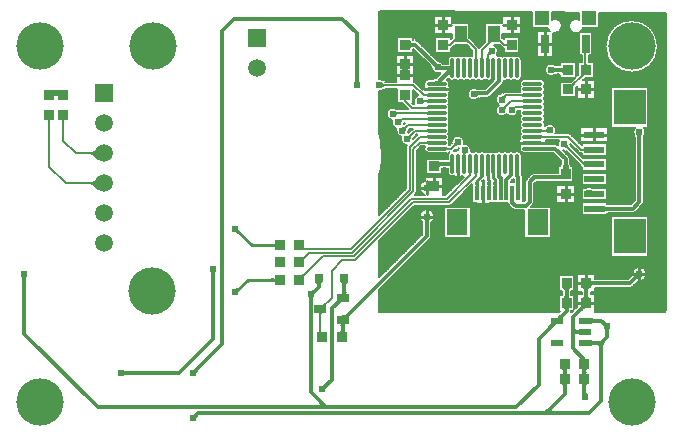
<source format=gbl>
G04*
G04 #@! TF.GenerationSoftware,Altium Limited,Altium Designer,18.1.9 (240)*
G04*
G04 Layer_Physical_Order=2*
G04 Layer_Color=16711680*
%FSLAX25Y25*%
%MOIN*%
G70*
G01*
G75*
%ADD11C,0.01000*%
%ADD13C,0.00600*%
%ADD18R,0.03500X0.03500*%
%ADD23R,0.03500X0.03500*%
%ADD43C,0.01200*%
%ADD45R,0.05906X0.05906*%
%ADD46C,0.05906*%
%ADD47C,0.02400*%
%ADD48C,0.15748*%
%ADD49R,0.10630X0.11811*%
%ADD50R,0.06693X0.02362*%
%ADD51O,0.06693X0.01181*%
%ADD52O,0.01181X0.06693*%
%ADD53R,0.01181X0.05118*%
%ADD54R,0.07087X0.08661*%
%ADD55R,0.03150X0.03150*%
%ADD56R,0.03937X0.03150*%
%ADD57R,0.04331X0.02362*%
%ADD58R,0.03937X0.05512*%
%ADD59R,0.04724X0.05118*%
%ADD60R,0.02756X0.05906*%
G36*
X462932Y280036D02*
X462927Y280100D01*
X462915Y280149D01*
X462893Y280183D01*
X462864Y280200D01*
X462826Y280202D01*
X462779Y280188D01*
X462724Y280158D01*
X462660Y280113D01*
X462588Y280051D01*
X462507Y279975D01*
Y280823D01*
X462590Y280909D01*
X462664Y280996D01*
X462729Y281081D01*
X462785Y281167D01*
X462833Y281252D01*
X462872Y281336D01*
X462903Y281421D01*
X462925Y281505D01*
X462939Y281588D01*
X462944Y281672D01*
X462932Y280036D01*
D02*
G37*
G36*
X477861Y281588D02*
X477875Y281505D01*
X477897Y281421D01*
X477928Y281336D01*
X477967Y281252D01*
X478015Y281167D01*
X478071Y281081D01*
X478136Y280996D01*
X478210Y280909D01*
X478293Y280823D01*
Y279975D01*
X478277Y279986D01*
X478256Y279996D01*
X478229Y280006D01*
X478195Y280014D01*
X478156Y280020D01*
X478059Y280030D01*
X477938Y280035D01*
X477868Y280036D01*
X477856Y281672D01*
X477861Y281588D01*
D02*
G37*
G36*
X466838D02*
X466851Y281505D01*
X466873Y281421D01*
X466904Y281336D01*
X466943Y281252D01*
X466991Y281167D01*
X467048Y281081D01*
X467113Y280996D01*
X467187Y280909D01*
X467269Y280823D01*
Y279975D01*
X467254Y279986D01*
X467232Y279996D01*
X467205Y280006D01*
X467172Y280014D01*
X467132Y280020D01*
X467035Y280030D01*
X466914Y280035D01*
X466845Y280036D01*
X466833Y281672D01*
X466838Y281588D01*
D02*
G37*
G36*
X475201Y280043D02*
X475117Y280029D01*
X475033Y280007D01*
X474949Y279976D01*
X474864Y279937D01*
X474779Y279889D01*
X474694Y279832D01*
X474608Y279767D01*
X474522Y279694D01*
X474436Y279611D01*
X473587D01*
X473657Y279682D01*
X473941Y280001D01*
X473952Y280021D01*
X473955Y280036D01*
X475284Y280048D01*
X475201Y280043D01*
D02*
G37*
G36*
X480074Y278673D02*
X480068Y278730D01*
X480050Y278781D01*
X480019Y278826D01*
X479976Y278865D01*
X479921Y278898D01*
X479854Y278925D01*
X479774Y278946D01*
X479682Y278961D01*
X479578Y278970D01*
X479462Y278973D01*
Y279573D01*
X479578Y279576D01*
X479682Y279585D01*
X479774Y279600D01*
X479854Y279621D01*
X479921Y279648D01*
X479976Y279681D01*
X480019Y279720D01*
X480050Y279765D01*
X480068Y279816D01*
X480074Y279873D01*
Y278673D01*
D02*
G37*
G36*
X460744Y279816D02*
X460762Y279765D01*
X460792Y279720D01*
X460834Y279681D01*
X460888Y279648D01*
X460954Y279621D01*
X461032Y279600D01*
X461122Y279585D01*
X461224Y279576D01*
X461338Y279573D01*
Y278973D01*
X461224Y278970D01*
X461122Y278961D01*
X461032Y278946D01*
X460954Y278925D01*
X460888Y278898D01*
X460834Y278865D01*
X460792Y278826D01*
X460762Y278781D01*
X460744Y278730D01*
X460738Y278673D01*
Y279873D01*
X460744Y279816D01*
D02*
G37*
G36*
X448138Y280401D02*
X448174Y280299D01*
X448235Y280209D01*
X448320Y280131D01*
X448429Y280065D01*
X448562Y280011D01*
X448720Y279969D01*
X448902Y279939D01*
X449108Y279921D01*
X449338Y279915D01*
Y278715D01*
X449108Y278709D01*
X448902Y278691D01*
X448720Y278661D01*
X448562Y278619D01*
X448429Y278565D01*
X448320Y278499D01*
X448235Y278421D01*
X448174Y278331D01*
X448138Y278229D01*
X448126Y278115D01*
Y280515D01*
X448138Y280401D01*
D02*
G37*
G36*
X507137Y278038D02*
X506965Y277829D01*
X506894Y277725D01*
X506835Y277622D01*
X506786Y277520D01*
X506749Y277418D01*
X506722Y277318D01*
X506705Y277218D01*
X506700Y277118D01*
X506100D01*
X506095Y277218D01*
X506078Y277318D01*
X506051Y277418D01*
X506014Y277520D01*
X505965Y277622D01*
X505906Y277725D01*
X505835Y277829D01*
X505754Y277933D01*
X505663Y278038D01*
X505560Y278143D01*
X507240D01*
X507137Y278038D01*
D02*
G37*
G36*
X506943Y276629D02*
X506892Y276611D01*
X506847Y276580D01*
X506808Y276537D01*
X506775Y276482D01*
X506748Y276415D01*
X506727Y276335D01*
X506712Y276243D01*
X506703Y276139D01*
X506700Y276023D01*
X506100D01*
X506097Y276139D01*
X506088Y276243D01*
X506073Y276335D01*
X506052Y276415D01*
X506025Y276482D01*
X505992Y276537D01*
X505953Y276580D01*
X505908Y276611D01*
X505857Y276629D01*
X505800Y276635D01*
X507000D01*
X506943Y276629D01*
D02*
G37*
G36*
X475188Y276000D02*
X475041Y275998D01*
X474771Y275972D01*
X474648Y275949D01*
X474533Y275918D01*
X474427Y275880D01*
X474328Y275835D01*
X474238Y275783D01*
X474156Y275724D01*
X474081Y275657D01*
X473657Y276081D01*
X473724Y276156D01*
X473783Y276238D01*
X473835Y276328D01*
X473880Y276427D01*
X473918Y276533D01*
X473949Y276648D01*
X473972Y276771D01*
X473989Y276902D01*
X473998Y277041D01*
X474000Y277188D01*
X475188Y276000D01*
D02*
G37*
G36*
X474121Y275209D02*
X474141Y275018D01*
X474158Y274927D01*
X474180Y274839D01*
X474207Y274753D01*
X474239Y274671D01*
X474276Y274590D01*
X474317Y274513D01*
X474364Y274438D01*
X473274D01*
X473320Y274513D01*
X473362Y274590D01*
X473399Y274671D01*
X473431Y274753D01*
X473458Y274839D01*
X473480Y274927D01*
X473497Y275018D01*
X473509Y275112D01*
X473516Y275209D01*
X473519Y275308D01*
X474119D01*
X474121Y275209D01*
D02*
G37*
G36*
X472153D02*
X472172Y275018D01*
X472190Y274927D01*
X472212Y274839D01*
X472239Y274753D01*
X472270Y274671D01*
X472307Y274590D01*
X472349Y274513D01*
X472395Y274438D01*
X471305D01*
X471352Y274513D01*
X471394Y274590D01*
X471430Y274671D01*
X471462Y274753D01*
X471489Y274839D01*
X471511Y274927D01*
X471528Y275018D01*
X471541Y275112D01*
X471548Y275209D01*
X471550Y275308D01*
X472150D01*
X472153Y275209D01*
D02*
G37*
G36*
X470184D02*
X470204Y275018D01*
X470221Y274927D01*
X470243Y274839D01*
X470270Y274753D01*
X470302Y274671D01*
X470339Y274590D01*
X470380Y274513D01*
X470427Y274438D01*
X469337D01*
X469383Y274513D01*
X469425Y274590D01*
X469462Y274671D01*
X469494Y274753D01*
X469521Y274839D01*
X469543Y274927D01*
X469560Y275018D01*
X469572Y275112D01*
X469579Y275209D01*
X469582Y275308D01*
X470182D01*
X470184Y275209D01*
D02*
G37*
G36*
X506703Y273098D02*
X506712Y272994D01*
X506727Y272902D01*
X506748Y272822D01*
X506775Y272755D01*
X506808Y272700D01*
X506847Y272657D01*
X506892Y272627D01*
X506943Y272608D01*
X507000Y272602D01*
X505800D01*
X505857Y272608D01*
X505908Y272627D01*
X505953Y272657D01*
X505992Y272700D01*
X506025Y272755D01*
X506052Y272822D01*
X506073Y272902D01*
X506088Y272994D01*
X506097Y273098D01*
X506100Y273214D01*
X506700D01*
X506703Y273098D01*
D02*
G37*
G36*
X456473Y273379D02*
X456651Y273228D01*
X456736Y273167D01*
X456818Y273115D01*
X456897Y273073D01*
X456974Y273041D01*
X457048Y273018D01*
X457119Y273004D01*
X457188Y273000D01*
X456000Y271812D01*
X455996Y271881D01*
X455982Y271952D01*
X455959Y272026D01*
X455927Y272102D01*
X455885Y272182D01*
X455833Y272264D01*
X455772Y272349D01*
X455701Y272436D01*
X455532Y272620D01*
X456380Y273468D01*
X456473Y273379D01*
D02*
G37*
G36*
X458298Y272302D02*
X458346Y272251D01*
X458403Y272205D01*
X458471Y272166D01*
X458549Y272132D01*
X458637Y272105D01*
X458736Y272084D01*
X458844Y272069D01*
X458963Y272060D01*
X459092Y272057D01*
X458662Y270857D01*
X458529Y270856D01*
X458014Y270818D01*
X457941Y270804D01*
X457878Y270788D01*
X457824Y270770D01*
X457781Y270750D01*
X458261Y272360D01*
X458298Y272302D01*
D02*
G37*
G36*
X495908Y271671D02*
X495968Y271630D01*
X496037Y271594D01*
X496114Y271563D01*
X496200Y271536D01*
X496295Y271515D01*
X496398Y271498D01*
X496510Y271486D01*
X496759Y271476D01*
Y270276D01*
X496630Y270274D01*
X496398Y270255D01*
X496295Y270238D01*
X496200Y270216D01*
X496114Y270190D01*
X496037Y270159D01*
X495968Y270123D01*
X495908Y270082D01*
X495857Y270036D01*
Y271716D01*
X495908Y271671D01*
D02*
G37*
G36*
X498988Y269676D02*
X498976Y269790D01*
X498940Y269892D01*
X498880Y269982D01*
X498796Y270060D01*
X498688Y270126D01*
X498556Y270180D01*
X498400Y270222D01*
X498220Y270252D01*
X498016Y270270D01*
X497788Y270276D01*
Y271476D01*
X498016Y271482D01*
X498220Y271500D01*
X498400Y271530D01*
X498556Y271572D01*
X498688Y271626D01*
X498796Y271692D01*
X498880Y271770D01*
X498940Y271860D01*
X498976Y271962D01*
X498988Y272076D01*
Y269676D01*
D02*
G37*
G36*
X461430Y270257D02*
Y269170D01*
X461421Y269325D01*
X461396Y269445D01*
X461352Y269531D01*
X461292Y269583D01*
X461215Y269600D01*
X461120Y269583D01*
X461008Y269531D01*
X460879Y269445D01*
X460733Y269325D01*
X460569Y269170D01*
Y270840D01*
X460448Y270851D01*
X460218Y270857D01*
Y272057D01*
X460448Y272063D01*
X460654Y272081D01*
X460836Y272111D01*
X460994Y272153D01*
X461127Y272207D01*
X461236Y272273D01*
X461321Y272351D01*
X461381Y272441D01*
X461418Y272543D01*
X461430Y272657D01*
Y270257D01*
D02*
G37*
G36*
X506253Y269145D02*
X506169Y269132D01*
X506085Y269110D01*
X506001Y269079D01*
X505916Y269039D01*
X505831Y268991D01*
X505746Y268935D01*
X505660Y268870D01*
X505574Y268796D01*
X505488Y268714D01*
X504639D01*
X504691Y268767D01*
X504814Y268913D01*
X504844Y268956D01*
X504868Y268998D01*
X504887Y269037D01*
X504901Y269073D01*
X504909Y269107D01*
X504912Y269138D01*
X506336Y269150D01*
X506253Y269145D01*
D02*
G37*
G36*
X459022Y267614D02*
X458901Y267467D01*
X458815Y267338D01*
X458764Y267226D01*
X458746Y267132D01*
X458764Y267054D01*
X458815Y266994D01*
X458901Y266951D01*
X459022Y266925D01*
X459177Y266916D01*
X455783D01*
X455950Y266925D01*
X456118Y266951D01*
X456287Y266994D01*
X456456Y267054D01*
X456625Y267132D01*
X456795Y267226D01*
X456965Y267338D01*
X457136Y267467D01*
X457308Y267614D01*
X457480Y267777D01*
X459177D01*
X459022Y267614D01*
D02*
G37*
G36*
X430900Y267430D02*
X430919Y267198D01*
X430936Y267095D01*
X430957Y267000D01*
X430984Y266914D01*
X431015Y266837D01*
X431051Y266768D01*
X431092Y266708D01*
X431137Y266657D01*
X429457D01*
X429503Y266708D01*
X429544Y266768D01*
X429580Y266837D01*
X429611Y266914D01*
X429637Y267000D01*
X429659Y267095D01*
X429676Y267198D01*
X429688Y267310D01*
X429697Y267559D01*
X430897D01*
X430900Y267430D01*
D02*
G37*
G36*
X502888Y266114D02*
X502768Y265990D01*
X502579Y265768D01*
X502510Y265670D01*
X502458Y265581D01*
X502423Y265500D01*
X502404Y265429D01*
X502403Y265366D01*
X502419Y265311D01*
X502452Y265266D01*
X501615Y266102D01*
X501661Y266070D01*
X501715Y266054D01*
X501778Y266055D01*
X501850Y266073D01*
X501930Y266108D01*
X502020Y266160D01*
X502117Y266229D01*
X502224Y266316D01*
X502464Y266539D01*
X502888Y266114D01*
D02*
G37*
G36*
X438748Y266537D02*
X438957Y266365D01*
X439061Y266294D01*
X439163Y266235D01*
X439266Y266186D01*
X439367Y266149D01*
X439468Y266122D01*
X439568Y266105D01*
X439668Y266100D01*
Y265500D01*
X439568Y265495D01*
X439468Y265478D01*
X439367Y265451D01*
X439266Y265414D01*
X439163Y265365D01*
X439061Y265306D01*
X438957Y265235D01*
X438853Y265154D01*
X438748Y265063D01*
X438643Y264960D01*
Y266640D01*
X438748Y266537D01*
D02*
G37*
G36*
X469929Y263760D02*
X469989Y263733D01*
X470057Y263709D01*
X470134Y263689D01*
X470220Y263671D01*
X470420Y263646D01*
X470532Y263638D01*
X470785Y263632D01*
X471062Y262432D01*
X470933Y262429D01*
X470704Y262406D01*
X470604Y262385D01*
X470513Y262359D01*
X470432Y262327D01*
X470361Y262289D01*
X470298Y262246D01*
X470246Y262196D01*
X470203Y262141D01*
X469879Y263790D01*
X469929Y263760D01*
D02*
G37*
G36*
X485798Y261857D02*
X485723Y261903D01*
X485646Y261945D01*
X485566Y261982D01*
X485483Y262013D01*
X485397Y262040D01*
X485309Y262062D01*
X485218Y262080D01*
X485124Y262092D01*
X485028Y262099D01*
X484928Y262102D01*
Y262702D01*
X485028Y262704D01*
X485218Y262724D01*
X485309Y262741D01*
X485397Y262763D01*
X485483Y262790D01*
X485566Y262822D01*
X485646Y262858D01*
X485723Y262900D01*
X485798Y262947D01*
Y261857D01*
D02*
G37*
G36*
X453908D02*
X453833Y261903D01*
X453756Y261945D01*
X453676Y261982D01*
X453593Y262013D01*
X453507Y262040D01*
X453419Y262062D01*
X453328Y262080D01*
X453234Y262092D01*
X453138Y262099D01*
X453039Y262102D01*
Y262702D01*
X453138Y262704D01*
X453328Y262724D01*
X453419Y262741D01*
X453507Y262763D01*
X453593Y262790D01*
X453676Y262822D01*
X453756Y262858D01*
X453833Y262900D01*
X453908Y262947D01*
Y261857D01*
D02*
G37*
G36*
X480113Y262119D02*
X480046Y262044D01*
X479987Y261962D01*
X479935Y261872D01*
X479890Y261773D01*
X479852Y261667D01*
X479821Y261552D01*
X479798Y261429D01*
X479781Y261298D01*
X479772Y261159D01*
X479770Y261012D01*
X478582Y262200D01*
X478729Y262202D01*
X478999Y262228D01*
X479122Y262251D01*
X479237Y262282D01*
X479343Y262320D01*
X479442Y262365D01*
X479532Y262417D01*
X479614Y262476D01*
X479689Y262543D01*
X480113Y262119D01*
D02*
G37*
G36*
X446791Y260820D02*
X446772Y260807D01*
X446755Y260786D01*
X446740Y260756D01*
X446728Y260718D01*
X446718Y260671D01*
X446710Y260616D01*
X446704Y260553D01*
X446700Y260400D01*
X446100D01*
X446099Y260481D01*
X446082Y260671D01*
X446072Y260718D01*
X446060Y260756D01*
X446045Y260786D01*
X446028Y260807D01*
X446009Y260820D01*
X445988Y260824D01*
X446812D01*
X446791Y260820D01*
D02*
G37*
G36*
X485798Y259888D02*
X485723Y259935D01*
X485646Y259976D01*
X485566Y260013D01*
X485483Y260045D01*
X485397Y260072D01*
X485309Y260094D01*
X485218Y260111D01*
X485124Y260123D01*
X485028Y260131D01*
X484928Y260133D01*
Y260733D01*
X485028Y260736D01*
X485218Y260755D01*
X485309Y260772D01*
X485397Y260794D01*
X485483Y260821D01*
X485566Y260853D01*
X485646Y260890D01*
X485723Y260931D01*
X485798Y260978D01*
Y259888D01*
D02*
G37*
G36*
X452163Y261171D02*
X452372Y260998D01*
X452475Y260928D01*
X452578Y260868D01*
X452680Y260820D01*
X452781Y260782D01*
X452882Y260755D01*
X452982Y260738D01*
X453068Y260734D01*
X453138Y260736D01*
X453328Y260755D01*
X453419Y260772D01*
X453507Y260794D01*
X453593Y260821D01*
X453676Y260853D01*
X453756Y260890D01*
X453833Y260931D01*
X453908Y260978D01*
Y259888D01*
X453833Y259935D01*
X453756Y259976D01*
X453676Y260013D01*
X453593Y260045D01*
X453507Y260072D01*
X453419Y260094D01*
X453328Y260111D01*
X453234Y260123D01*
X453138Y260131D01*
X453068Y260132D01*
X452982Y260128D01*
X452882Y260111D01*
X452781Y260085D01*
X452680Y260047D01*
X452578Y259998D01*
X452475Y259939D01*
X452372Y259869D01*
X452267Y259788D01*
X452163Y259696D01*
X452057Y259593D01*
Y261273D01*
X452163Y261171D01*
D02*
G37*
G36*
X483077Y258252D02*
X483031Y258206D01*
X482902Y258058D01*
X482883Y258030D01*
X482870Y258007D01*
X482862Y257987D01*
X482860Y257971D01*
X482862Y257958D01*
X482358Y258462D01*
X482371Y258459D01*
X482387Y258462D01*
X482407Y258470D01*
X482430Y258483D01*
X482458Y258502D01*
X482489Y258526D01*
X482563Y258591D01*
X482652Y258677D01*
X483077Y258252D01*
D02*
G37*
G36*
X485798Y257920D02*
X485723Y257966D01*
X485646Y258008D01*
X485566Y258045D01*
X485483Y258076D01*
X485397Y258103D01*
X485309Y258125D01*
X485218Y258142D01*
X485124Y258155D01*
X485028Y258162D01*
X484928Y258165D01*
Y258765D01*
X485028Y258767D01*
X485218Y258787D01*
X485309Y258804D01*
X485397Y258826D01*
X485483Y258853D01*
X485566Y258885D01*
X485646Y258921D01*
X485723Y258963D01*
X485798Y259010D01*
Y257920D01*
D02*
G37*
G36*
X453908D02*
X453870Y257941D01*
X453823Y257960D01*
X453767Y257978D01*
X453703Y257992D01*
X453631Y258005D01*
X453460Y258023D01*
X453254Y258032D01*
X453138Y258033D01*
X452978Y258633D01*
X453088Y258636D01*
X453285Y258655D01*
X453371Y258673D01*
X453449Y258695D01*
X453519Y258723D01*
X453581Y258755D01*
X453634Y258792D01*
X453680Y258834D01*
X453717Y258882D01*
X453908Y257920D01*
D02*
G37*
G36*
X480113Y258519D02*
X480046Y258444D01*
X479987Y258362D01*
X479935Y258272D01*
X479890Y258173D01*
X479852Y258067D01*
X479821Y257952D01*
X479798Y257829D01*
X479781Y257698D01*
X479772Y257559D01*
X479770Y257412D01*
X478582Y258600D01*
X478729Y258602D01*
X478999Y258628D01*
X479122Y258651D01*
X479237Y258682D01*
X479343Y258720D01*
X479442Y258765D01*
X479532Y258817D01*
X479614Y258876D01*
X479689Y258943D01*
X480113Y258519D01*
D02*
G37*
G36*
X453908Y255951D02*
X453833Y255998D01*
X453756Y256039D01*
X453676Y256076D01*
X453593Y256108D01*
X453507Y256135D01*
X453419Y256157D01*
X453328Y256174D01*
X453234Y256186D01*
X453138Y256194D01*
X453039Y256196D01*
Y256796D01*
X453138Y256799D01*
X453328Y256818D01*
X453419Y256835D01*
X453507Y256857D01*
X453593Y256884D01*
X453676Y256916D01*
X453756Y256953D01*
X453833Y256995D01*
X453908Y257041D01*
Y255951D01*
D02*
G37*
G36*
X442962Y257144D02*
X443344Y256951D01*
X443461Y256903D01*
X443678Y256835D01*
X443778Y256813D01*
X443872Y256800D01*
X443961Y256796D01*
X444120Y256196D01*
X444015Y256190D01*
X443914Y256172D01*
X443816Y256142D01*
X443722Y256100D01*
X443632Y256046D01*
X443546Y255980D01*
X443463Y255903D01*
X443384Y255813D01*
X443309Y255711D01*
X443238Y255597D01*
X442823Y257225D01*
X442962Y257144D01*
D02*
G37*
G36*
X445463Y254239D02*
X445400Y254170D01*
X445341Y254092D01*
X445284Y254005D01*
X445230Y253909D01*
X445180Y253804D01*
X445132Y253690D01*
X445046Y253435D01*
X445008Y253293D01*
X444972Y253143D01*
X444108Y254560D01*
X444236Y254530D01*
X444358Y254511D01*
X444473Y254503D01*
X444583Y254505D01*
X444687Y254518D01*
X444784Y254541D01*
X444876Y254575D01*
X444962Y254619D01*
X445042Y254674D01*
X445115Y254740D01*
X445463Y254239D01*
D02*
G37*
G36*
X453908Y253983D02*
X453833Y254029D01*
X453756Y254071D01*
X453676Y254107D01*
X453593Y254139D01*
X453507Y254166D01*
X453419Y254188D01*
X453328Y254205D01*
X453234Y254218D01*
X453138Y254225D01*
X453039Y254228D01*
Y254828D01*
X453138Y254830D01*
X453328Y254850D01*
X453419Y254867D01*
X453507Y254889D01*
X453593Y254916D01*
X453676Y254948D01*
X453756Y254984D01*
X453833Y255026D01*
X453908Y255072D01*
Y253983D01*
D02*
G37*
G36*
X332943Y254218D02*
X332892Y254200D01*
X332847Y254169D01*
X332808Y254126D01*
X332775Y254071D01*
X332748Y254004D01*
X332727Y253924D01*
X332712Y253832D01*
X332703Y253728D01*
X332700Y253612D01*
X332100D01*
X332097Y253728D01*
X332088Y253832D01*
X332073Y253924D01*
X332052Y254004D01*
X332025Y254071D01*
X331992Y254126D01*
X331953Y254169D01*
X331908Y254200D01*
X331857Y254218D01*
X331800Y254224D01*
X333000D01*
X332943Y254218D01*
D02*
G37*
G36*
X328143D02*
X328092Y254200D01*
X328047Y254169D01*
X328008Y254126D01*
X327975Y254071D01*
X327948Y254004D01*
X327927Y253924D01*
X327912Y253832D01*
X327903Y253728D01*
X327900Y253612D01*
X327300D01*
X327297Y253728D01*
X327288Y253832D01*
X327273Y253924D01*
X327252Y254004D01*
X327225Y254071D01*
X327192Y254126D01*
X327153Y254169D01*
X327108Y254200D01*
X327057Y254218D01*
X327000Y254224D01*
X328200D01*
X328143Y254218D01*
D02*
G37*
G36*
X453908Y252014D02*
X453833Y252061D01*
X453756Y252102D01*
X453676Y252139D01*
X453593Y252171D01*
X453507Y252198D01*
X453419Y252220D01*
X453328Y252237D01*
X453234Y252249D01*
X453138Y252257D01*
X453039Y252259D01*
Y252859D01*
X453138Y252861D01*
X453328Y252881D01*
X453419Y252898D01*
X453507Y252920D01*
X453593Y252947D01*
X453676Y252979D01*
X453756Y253016D01*
X453833Y253058D01*
X453908Y253104D01*
Y252014D01*
D02*
G37*
G36*
X446904Y251780D02*
X446837Y251705D01*
X446777Y251621D01*
X446726Y251531D01*
X446683Y251432D01*
X446648Y251327D01*
X446622Y251213D01*
X446603Y251092D01*
X446593Y250963D01*
X446591Y250827D01*
X446597Y250683D01*
X445341Y251799D01*
X445491Y251809D01*
X445765Y251849D01*
X445889Y251877D01*
X446005Y251912D01*
X446112Y251953D01*
X446210Y252000D01*
X446300Y252054D01*
X446381Y252113D01*
X446454Y252178D01*
X446904Y251780D01*
D02*
G37*
G36*
X491836Y251089D02*
X491913Y251047D01*
X491993Y251011D01*
X492076Y250979D01*
X492162Y250952D01*
X492250Y250930D01*
X492341Y250913D01*
X492435Y250900D01*
X492532Y250893D01*
X492631Y250890D01*
Y250290D01*
X492532Y250288D01*
X492341Y250269D01*
X492250Y250251D01*
X492162Y250229D01*
X492076Y250202D01*
X491993Y250170D01*
X491913Y250134D01*
X491836Y250092D01*
X491761Y250046D01*
Y251135D01*
X491836Y251089D01*
D02*
G37*
G36*
X453908Y250046D02*
X453833Y250092D01*
X453756Y250134D01*
X453676Y250170D01*
X453593Y250202D01*
X453507Y250229D01*
X453419Y250251D01*
X453328Y250269D01*
X453234Y250281D01*
X453138Y250288D01*
X453039Y250290D01*
Y250890D01*
X453138Y250893D01*
X453328Y250913D01*
X453419Y250930D01*
X453507Y250952D01*
X453593Y250979D01*
X453676Y251011D01*
X453756Y251047D01*
X453833Y251089D01*
X453908Y251135D01*
Y250046D01*
D02*
G37*
G36*
X493903Y249823D02*
X493774Y249912D01*
X493528Y250062D01*
X493411Y250122D01*
X493189Y250216D01*
X493084Y250249D01*
X492983Y250272D01*
X492886Y250286D01*
X492794Y250290D01*
X492683Y250890D01*
X492787Y250896D01*
X492888Y250914D01*
X492987Y250943D01*
X493083Y250985D01*
X493177Y251037D01*
X493269Y251102D01*
X493358Y251178D01*
X493444Y251266D01*
X493528Y251366D01*
X493610Y251478D01*
X493903Y249823D01*
D02*
G37*
G36*
X525194Y249292D02*
X525154Y249232D01*
X525118Y249163D01*
X525086Y249086D01*
X525060Y249000D01*
X525038Y248905D01*
X525022Y248802D01*
X525010Y248690D01*
X525000Y248441D01*
X523800D01*
X523798Y248570D01*
X523778Y248802D01*
X523762Y248905D01*
X523740Y249000D01*
X523714Y249086D01*
X523682Y249163D01*
X523646Y249232D01*
X523606Y249292D01*
X523560Y249343D01*
X525240D01*
X525194Y249292D01*
D02*
G37*
G36*
X491836Y249120D02*
X491913Y249079D01*
X491993Y249042D01*
X492076Y249010D01*
X492162Y248983D01*
X492250Y248961D01*
X492341Y248944D01*
X492435Y248932D01*
X492532Y248924D01*
X492631Y248922D01*
Y248322D01*
X492532Y248320D01*
X492341Y248300D01*
X492250Y248283D01*
X492162Y248261D01*
X492076Y248234D01*
X491993Y248202D01*
X491913Y248165D01*
X491836Y248124D01*
X491761Y248077D01*
Y249167D01*
X491836Y249120D01*
D02*
G37*
G36*
X453908Y248077D02*
X453833Y248124D01*
X453756Y248165D01*
X453676Y248202D01*
X453593Y248234D01*
X453507Y248261D01*
X453419Y248283D01*
X453328Y248300D01*
X453234Y248312D01*
X453138Y248320D01*
X453039Y248322D01*
Y248922D01*
X453138Y248924D01*
X453328Y248944D01*
X453419Y248961D01*
X453507Y248983D01*
X453593Y249010D01*
X453676Y249042D01*
X453756Y249079D01*
X453833Y249120D01*
X453908Y249167D01*
Y248077D01*
D02*
G37*
G36*
X448543Y248919D02*
X448476Y248844D01*
X448417Y248762D01*
X448365Y248672D01*
X448320Y248573D01*
X448282Y248467D01*
X448251Y248352D01*
X448228Y248229D01*
X448211Y248098D01*
X448202Y247959D01*
X448200Y247812D01*
X447012Y249000D01*
X447159Y249002D01*
X447429Y249028D01*
X447552Y249051D01*
X447667Y249082D01*
X447773Y249120D01*
X447872Y249165D01*
X447962Y249217D01*
X448044Y249276D01*
X448119Y249343D01*
X448543Y248919D01*
D02*
G37*
G36*
X453908Y246109D02*
X453833Y246155D01*
X453756Y246197D01*
X453676Y246234D01*
X453593Y246265D01*
X453507Y246292D01*
X453419Y246314D01*
X453328Y246332D01*
X453234Y246344D01*
X453138Y246351D01*
X453039Y246354D01*
Y246954D01*
X453138Y246956D01*
X453328Y246976D01*
X453419Y246993D01*
X453507Y247015D01*
X453593Y247042D01*
X453676Y247074D01*
X453756Y247110D01*
X453833Y247152D01*
X453908Y247199D01*
Y246109D01*
D02*
G37*
G36*
X463964Y245692D02*
X463817Y245690D01*
X463547Y245665D01*
X463424Y245641D01*
X463310Y245610D01*
X463203Y245573D01*
X463105Y245528D01*
X463014Y245475D01*
X462932Y245416D01*
X462858Y245350D01*
X462434Y245774D01*
X462500Y245848D01*
X462559Y245930D01*
X462612Y246021D01*
X462657Y246119D01*
X462695Y246226D01*
X462725Y246340D01*
X462749Y246463D01*
X462765Y246594D01*
X462774Y246733D01*
X462776Y246880D01*
X463964Y245692D01*
D02*
G37*
G36*
X500523Y246045D02*
X500549Y245775D01*
X500572Y245652D01*
X500603Y245537D01*
X500641Y245431D01*
X500686Y245332D01*
X500738Y245242D01*
X500798Y245160D01*
X500864Y245086D01*
X500440Y244661D01*
X500366Y244728D01*
X500283Y244787D01*
X500193Y244839D01*
X500095Y244884D01*
X499988Y244922D01*
X499873Y244953D01*
X499751Y244977D01*
X499620Y244993D01*
X499480Y245002D01*
X499333Y245004D01*
X500521Y246192D01*
X500523Y246045D01*
D02*
G37*
G36*
X459946Y245183D02*
X460023Y245142D01*
X460104Y245105D01*
X460186Y245073D01*
X460272Y245046D01*
X460360Y245024D01*
X460452Y245007D01*
X460545Y244995D01*
X460642Y244988D01*
X460741Y244985D01*
Y244385D01*
X460642Y244383D01*
X460452Y244363D01*
X460360Y244346D01*
X460272Y244324D01*
X460186Y244297D01*
X460104Y244265D01*
X460023Y244228D01*
X459946Y244187D01*
X459871Y244140D01*
Y245230D01*
X459946Y245183D01*
D02*
G37*
G36*
X506077Y243721D02*
X506071Y243778D01*
X506053Y243829D01*
X506023Y243874D01*
X505980Y243913D01*
X505925Y243946D01*
X505857Y243973D01*
X505778Y243994D01*
X505686Y244009D01*
X505582Y244018D01*
X505466Y244021D01*
Y244621D01*
X505582Y244624D01*
X505686Y244633D01*
X505778Y244648D01*
X505857Y244669D01*
X505925Y244696D01*
X505980Y244729D01*
X506023Y244768D01*
X506053Y244813D01*
X506071Y244864D01*
X506077Y244921D01*
Y243721D01*
D02*
G37*
G36*
X465762Y243418D02*
X466245D01*
X466247Y243319D01*
X466248Y243313D01*
X466839Y243184D01*
X466726Y243108D01*
X466625Y243028D01*
X466536Y242946D01*
X466459Y242860D01*
X466393Y242772D01*
X466380Y242748D01*
X466402Y242701D01*
X466443Y242623D01*
X466490Y242549D01*
X466287D01*
X466269Y242487D01*
X466251Y242385D01*
X466245Y242281D01*
X465645Y242416D01*
X465640Y242507D01*
X465635Y242549D01*
X465400D01*
X465447Y242623D01*
X465488Y242701D01*
X465525Y242781D01*
X465555Y242859D01*
X465533Y242919D01*
X465484Y243034D01*
X465358Y243278D01*
X465282Y243407D01*
X465197Y243541D01*
X465762Y243418D01*
D02*
G37*
G36*
X343954Y241004D02*
X343617Y241340D01*
X342707Y242135D01*
X342438Y242329D01*
X342187Y242488D01*
X341953Y242612D01*
X341736Y242700D01*
X341536Y242753D01*
X341354Y242771D01*
Y243371D01*
X341536Y243389D01*
X341736Y243442D01*
X341953Y243530D01*
X342187Y243654D01*
X342438Y243813D01*
X342707Y244007D01*
X343296Y244502D01*
X343617Y244802D01*
X343954Y245138D01*
Y241004D01*
D02*
G37*
G36*
X506077Y238612D02*
X506071Y238696D01*
X506052Y238786D01*
X506019Y238880D01*
X505974Y238979D01*
X505915Y239083D01*
X505844Y239191D01*
X505760Y239304D01*
X505552Y239545D01*
X505429Y239672D01*
X505641Y240309D01*
X505724Y240230D01*
X505798Y240169D01*
X505864Y240125D01*
X505921Y240099D01*
X505969Y240090D01*
X506008Y240099D01*
X506038Y240125D01*
X506060Y240169D01*
X506073Y240230D01*
X506077Y240309D01*
Y238612D01*
D02*
G37*
G36*
X457750Y240387D02*
X457786Y240340D01*
X457846Y240300D01*
X457930Y240265D01*
X458038Y240235D01*
X458170Y240210D01*
X458326Y240191D01*
X458710Y240170D01*
X458938Y240167D01*
Y238967D01*
X458708Y238961D01*
X458503Y238943D01*
X458321Y238913D01*
X458164Y238871D01*
X458031Y238817D01*
X457922Y238751D01*
X457836Y238673D01*
X457776Y238583D01*
X457739Y238481D01*
X457726Y238367D01*
X457729Y238931D01*
X457187Y238787D01*
X456078Y239807D01*
X457443Y240167D01*
X457732Y239347D01*
X457738Y240438D01*
X457750Y240387D01*
D02*
G37*
G36*
X500402Y239679D02*
X500422Y239447D01*
X500438Y239344D01*
X500460Y239249D01*
X500486Y239163D01*
X500518Y239086D01*
X500554Y239017D01*
X500594Y238957D01*
X500640Y238906D01*
X498960D01*
X499006Y238957D01*
X499046Y239017D01*
X499082Y239086D01*
X499114Y239163D01*
X499140Y239249D01*
X499162Y239344D01*
X499178Y239447D01*
X499190Y239559D01*
X499200Y239808D01*
X500400D01*
X500402Y239679D01*
D02*
G37*
G36*
X461430Y238367D02*
X461418Y238481D01*
X461381Y238583D01*
X461321Y238673D01*
X461236Y238751D01*
X461127Y238817D01*
X460994Y238871D01*
X460836Y238913D01*
X460654Y238943D01*
X460448Y238961D01*
X460218Y238967D01*
Y240167D01*
X460448Y240173D01*
X460654Y240191D01*
X460836Y240221D01*
X460994Y240263D01*
X461127Y240317D01*
X461236Y240383D01*
X461321Y240461D01*
X461381Y240551D01*
X461418Y240653D01*
X461430Y240767D01*
Y238367D01*
D02*
G37*
G36*
X470380Y236511D02*
X470339Y236433D01*
X470302Y236353D01*
X470270Y236270D01*
X470243Y236185D01*
X470221Y236096D01*
X470204Y236005D01*
X470192Y235911D01*
X470184Y235815D01*
X470182Y235716D01*
X469582D01*
X469579Y235815D01*
X469560Y236005D01*
X469543Y236096D01*
X469521Y236185D01*
X469494Y236270D01*
X469462Y236353D01*
X469425Y236433D01*
X469383Y236511D01*
X469337Y236585D01*
X470427D01*
X470380Y236511D01*
D02*
G37*
G36*
X468374Y236528D02*
X468340Y236503D01*
X468310Y236462D01*
X468285Y236405D01*
X468263Y236331D01*
X468245Y236241D01*
X468231Y236134D01*
X468215Y235872D01*
X468213Y235716D01*
X467613D01*
X467611Y235872D01*
X467582Y236241D01*
X467564Y236331D01*
X467542Y236405D01*
X467517Y236462D01*
X467487Y236503D01*
X467453Y236528D01*
X467416Y236536D01*
X468411D01*
X468374Y236528D01*
D02*
G37*
G36*
X472387Y236564D02*
X472379Y236526D01*
X472372Y236472D01*
X472362Y236316D01*
X472350Y235642D01*
X471350D01*
X471305Y236585D01*
X472395D01*
X472387Y236564D01*
D02*
G37*
G36*
X476324Y236562D02*
X476316Y236521D01*
X476309Y236461D01*
X476295Y236169D01*
X476287Y235518D01*
X475287D01*
X475242Y236585D01*
X476332D01*
X476324Y236562D01*
D02*
G37*
G36*
X474355D02*
X474348Y236521D01*
X474341Y236461D01*
X474326Y236169D01*
X474319Y235518D01*
X473319D01*
X473274Y236585D01*
X474364D01*
X474355Y236562D01*
D02*
G37*
G36*
X498062Y234312D02*
X498050Y234338D01*
X498014Y234361D01*
X497954Y234382D01*
X497870Y234400D01*
X497762Y234415D01*
X497474Y234436D01*
X496862Y234449D01*
Y235649D01*
X497090Y235655D01*
X497294Y235673D01*
X497474Y235703D01*
X497630Y235745D01*
X497762Y235799D01*
X497870Y235865D01*
X497954Y235943D01*
X498014Y236033D01*
X498050Y236135D01*
X498062Y236249D01*
Y234312D01*
D02*
G37*
G36*
X476682Y233266D02*
X476731Y232497D01*
X476745Y232467D01*
X476760Y232456D01*
X475602D01*
X475618Y232467D01*
X475631Y232497D01*
X475643Y232546D01*
X475653Y232616D01*
X475668Y232817D01*
X475681Y233456D01*
X476681D01*
X476682Y233266D01*
D02*
G37*
G36*
X474713D02*
X474763Y232497D01*
X474776Y232467D01*
X474791Y232456D01*
X473634D01*
X473649Y232467D01*
X473662Y232497D01*
X473674Y232546D01*
X473684Y232616D01*
X473700Y232817D01*
X473713Y233456D01*
X474713D01*
X474713Y233266D01*
D02*
G37*
G36*
X470776D02*
X470826Y232497D01*
X470839Y232467D01*
X470854Y232456D01*
X469697D01*
X469712Y232467D01*
X469725Y232497D01*
X469737Y232546D01*
X469747Y232616D01*
X469763Y232817D01*
X469776Y233456D01*
X470776D01*
X470776Y233266D01*
D02*
G37*
G36*
X343954Y231004D02*
X343617Y231340D01*
X342707Y232135D01*
X342438Y232329D01*
X342187Y232488D01*
X341953Y232612D01*
X341736Y232700D01*
X341536Y232753D01*
X341354Y232771D01*
Y233371D01*
X341536Y233388D01*
X341736Y233441D01*
X341953Y233530D01*
X342187Y233654D01*
X342438Y233813D01*
X342707Y234007D01*
X343296Y234502D01*
X343617Y234802D01*
X343954Y235138D01*
Y231004D01*
D02*
G37*
G36*
X512746Y225697D02*
X512782Y225600D01*
X512843Y225515D01*
X512926Y225441D01*
X513034Y225378D01*
X513166Y225327D01*
X513322Y225287D01*
X513503Y225259D01*
X513706Y225242D01*
X513935Y225236D01*
Y224036D01*
X513706Y224030D01*
X513503Y224013D01*
X513322Y223985D01*
X513166Y223945D01*
X513034Y223894D01*
X512926Y223831D01*
X512843Y223757D01*
X512782Y223672D01*
X512746Y223575D01*
X512735Y223467D01*
Y225805D01*
X512746Y225697D01*
D02*
G37*
G36*
X454394Y221092D02*
X454354Y221032D01*
X454318Y220963D01*
X454286Y220886D01*
X454260Y220800D01*
X454238Y220705D01*
X454222Y220602D01*
X454210Y220490D01*
X454200Y220241D01*
X453000D01*
X452998Y220370D01*
X452978Y220602D01*
X452962Y220705D01*
X452940Y220800D01*
X452914Y220886D01*
X452882Y220963D01*
X452846Y221032D01*
X452806Y221092D01*
X452760Y221143D01*
X454440D01*
X454394Y221092D01*
D02*
G37*
G36*
X390939Y217693D02*
X390952Y217599D01*
X390973Y217506D01*
X391003Y217413D01*
X391042Y217321D01*
X391090Y217230D01*
X391146Y217140D01*
X391212Y217050D01*
X391286Y216961D01*
X391370Y216873D01*
X390663Y216166D01*
X390575Y216249D01*
X390486Y216324D01*
X390396Y216389D01*
X390306Y216446D01*
X390215Y216494D01*
X390123Y216533D01*
X390030Y216563D01*
X389937Y216584D01*
X389843Y216597D01*
X389748Y216600D01*
X390936Y217788D01*
X390939Y217693D01*
D02*
G37*
G36*
X402791Y211400D02*
X402781Y211495D01*
X402750Y211580D01*
X402700Y211655D01*
X402629Y211720D01*
X402538Y211775D01*
X402426Y211820D01*
X402295Y211855D01*
X402143Y211880D01*
X401971Y211895D01*
X401779Y211900D01*
Y212900D01*
X401971Y212905D01*
X402143Y212920D01*
X402295Y212945D01*
X402426Y212980D01*
X402538Y213025D01*
X402629Y213080D01*
X402700Y213145D01*
X402750Y213220D01*
X402781Y213305D01*
X402791Y213400D01*
Y211400D01*
D02*
G37*
G36*
X412749Y211743D02*
X412768Y211692D01*
X412799Y211647D01*
X412842Y211608D01*
X412897Y211575D01*
X412965Y211548D01*
X413044Y211527D01*
X413135Y211512D01*
X413239Y211503D01*
X413355Y211500D01*
Y210900D01*
X413241Y210898D01*
X413049Y210879D01*
X412971Y210862D01*
X412905Y210841D01*
X412851Y210814D01*
X412809Y210783D01*
X412779Y210748D01*
X412761Y210707D01*
X412755Y210662D01*
X412743Y211800D01*
X412749Y211743D01*
D02*
G37*
G36*
X413179Y208438D02*
X413059Y208314D01*
X412870Y208092D01*
X412801Y207994D01*
X412749Y207905D01*
X412714Y207824D01*
X412696Y207752D01*
X412694Y207689D01*
X412710Y207635D01*
X412743Y207590D01*
X411906Y208426D01*
X411952Y208393D01*
X412006Y208378D01*
X412069Y208379D01*
X412141Y208397D01*
X412221Y208432D01*
X412311Y208484D01*
X412409Y208553D01*
X412515Y208639D01*
X412755Y208862D01*
X413179Y208438D01*
D02*
G37*
G36*
X382994Y203692D02*
X382954Y203632D01*
X382918Y203563D01*
X382886Y203486D01*
X382860Y203400D01*
X382838Y203305D01*
X382822Y203202D01*
X382810Y203090D01*
X382800Y202841D01*
X381600D01*
X381598Y202970D01*
X381578Y203202D01*
X381562Y203305D01*
X381540Y203400D01*
X381514Y203486D01*
X381482Y203563D01*
X381446Y203632D01*
X381406Y203692D01*
X381360Y203743D01*
X383040D01*
X382994Y203692D01*
D02*
G37*
G36*
X413179Y202738D02*
X413059Y202614D01*
X412870Y202392D01*
X412801Y202294D01*
X412749Y202205D01*
X412714Y202124D01*
X412696Y202052D01*
X412694Y201989D01*
X412710Y201935D01*
X412743Y201889D01*
X411906Y202726D01*
X411952Y202693D01*
X412006Y202677D01*
X412069Y202679D01*
X412141Y202697D01*
X412221Y202732D01*
X412311Y202784D01*
X412409Y202853D01*
X412515Y202939D01*
X412755Y203162D01*
X413179Y202738D01*
D02*
G37*
G36*
X524388Y201600D02*
X524319Y201596D01*
X524248Y201582D01*
X524174Y201559D01*
X524097Y201527D01*
X524018Y201485D01*
X523936Y201433D01*
X523851Y201372D01*
X523764Y201301D01*
X523580Y201132D01*
X522732Y201980D01*
X522821Y202073D01*
X522972Y202251D01*
X523033Y202336D01*
X523085Y202418D01*
X523127Y202498D01*
X523159Y202574D01*
X523182Y202648D01*
X523196Y202719D01*
X523200Y202788D01*
X524388Y201600D01*
D02*
G37*
G36*
X319994Y201892D02*
X319954Y201832D01*
X319918Y201763D01*
X319886Y201686D01*
X319860Y201600D01*
X319838Y201505D01*
X319822Y201402D01*
X319810Y201290D01*
X319800Y201041D01*
X318600D01*
X318598Y201170D01*
X318578Y201402D01*
X318562Y201505D01*
X318540Y201600D01*
X318514Y201686D01*
X318482Y201763D01*
X318446Y201832D01*
X318406Y201892D01*
X318360Y201943D01*
X320040D01*
X319994Y201892D01*
D02*
G37*
G36*
X402791Y200000D02*
X402781Y200095D01*
X402750Y200180D01*
X402700Y200255D01*
X402629Y200320D01*
X402538Y200375D01*
X402426Y200420D01*
X402295Y200455D01*
X402143Y200480D01*
X401971Y200495D01*
X401779Y200500D01*
Y201500D01*
X401971Y201505D01*
X402143Y201520D01*
X402295Y201545D01*
X402426Y201580D01*
X402538Y201625D01*
X402629Y201680D01*
X402700Y201745D01*
X402750Y201820D01*
X402781Y201905D01*
X402791Y202000D01*
Y200000D01*
D02*
G37*
G36*
X427217Y200037D02*
X427115Y200001D01*
X427025Y199940D01*
X426947Y199855D01*
X426881Y199746D01*
X426827Y199613D01*
X426785Y199455D01*
X426755Y199274D01*
X426737Y199067D01*
X426731Y198837D01*
X425531D01*
X425525Y199067D01*
X425507Y199274D01*
X425477Y199455D01*
X425435Y199613D01*
X425381Y199746D01*
X425315Y199855D01*
X425237Y199940D01*
X425147Y200001D01*
X425045Y200037D01*
X424931Y200049D01*
X427331D01*
X427217Y200037D01*
D02*
G37*
G36*
X418555D02*
X418453Y200001D01*
X418363Y199940D01*
X418285Y199855D01*
X418219Y199746D01*
X418165Y199613D01*
X418123Y199455D01*
X418093Y199274D01*
X418075Y199067D01*
X418069Y198837D01*
X416869D01*
X416863Y199067D01*
X416845Y199274D01*
X416815Y199455D01*
X416773Y199613D01*
X416719Y199746D01*
X416653Y199855D01*
X416575Y199940D01*
X416485Y200001D01*
X416383Y200037D01*
X416269Y200049D01*
X418669D01*
X418555Y200037D01*
D02*
G37*
G36*
X508372Y200886D02*
X508408Y200784D01*
X508468Y200694D01*
X508553Y200616D01*
X508663Y200550D01*
X508796Y200496D01*
X508953Y200454D01*
X509135Y200424D01*
X509341Y200406D01*
X509572Y200400D01*
Y199200D01*
X509341Y199194D01*
X509135Y199176D01*
X508953Y199146D01*
X508796Y199104D01*
X508663Y199050D01*
X508553Y198984D01*
X508468Y198906D01*
X508408Y198816D01*
X508372Y198714D01*
X508359Y198600D01*
Y201000D01*
X508372Y200886D01*
D02*
G37*
G36*
X416688Y196839D02*
X416597Y196746D01*
X416378Y196487D01*
X416323Y196407D01*
X416277Y196331D01*
X416239Y196258D01*
X416210Y196189D01*
X416189Y196123D01*
X416178Y196061D01*
X415149Y197389D01*
X415219Y197385D01*
X415292Y197391D01*
X415367Y197407D01*
X415445Y197434D01*
X415525Y197471D01*
X415608Y197519D01*
X415693Y197577D01*
X415781Y197645D01*
X415872Y197724D01*
X415965Y197813D01*
X416688Y196839D01*
D02*
G37*
G36*
X507720Y198050D02*
X507618Y198014D01*
X507527Y197954D01*
X507449Y197870D01*
X507383Y197762D01*
X507330Y197630D01*
X507288Y197474D01*
X507258Y197294D01*
X507239Y197090D01*
X507233Y196862D01*
X506034D01*
X506028Y197090D01*
X506009Y197294D01*
X505979Y197474D01*
X505937Y197630D01*
X505884Y197762D01*
X505818Y197870D01*
X505739Y197954D01*
X505650Y198014D01*
X505548Y198050D01*
X505434Y198062D01*
X507833D01*
X507720Y198050D01*
D02*
G37*
G36*
X500824Y198566D02*
X500805Y198512D01*
X500788Y198448D01*
X500774Y198374D01*
X500751Y198197D01*
X500743Y198062D01*
X501334D01*
X501220Y198050D01*
X501118Y198014D01*
X501027Y197954D01*
X500949Y197870D01*
X500883Y197762D01*
X500830Y197630D01*
X500787Y197474D01*
X500758Y197294D01*
X500739Y197090D01*
X500734Y196862D01*
X499534D01*
X499528Y197090D01*
X499509Y197294D01*
X499479Y197474D01*
X499438Y197630D01*
X499383Y197762D01*
X499318Y197870D01*
X499239Y197954D01*
X499150Y198014D01*
X499048Y198050D01*
X498934Y198062D01*
X499336D01*
X499289Y198106D01*
X499231Y198143D01*
X500845Y198610D01*
X500824Y198566D01*
D02*
G37*
G36*
X391297Y197727D02*
X391214Y197639D01*
X391140Y197550D01*
X391074Y197460D01*
X391017Y197370D01*
X390969Y197279D01*
X390930Y197187D01*
X390900Y197094D01*
X390879Y197001D01*
X390867Y196907D01*
X390863Y196812D01*
X389675Y198000D01*
X389770Y198003D01*
X389864Y198016D01*
X389957Y198037D01*
X390050Y198067D01*
X390142Y198106D01*
X390233Y198154D01*
X390323Y198211D01*
X390413Y198276D01*
X390502Y198351D01*
X390590Y198434D01*
X391297Y197727D01*
D02*
G37*
G36*
X426737Y197532D02*
X426755Y197327D01*
X426785Y197145D01*
X426827Y196987D01*
X426881Y196854D01*
X426947Y196745D01*
X427025Y196660D01*
X427115Y196599D01*
X427217Y196563D01*
X427331Y196551D01*
X424931D01*
X425045Y196563D01*
X425147Y196599D01*
X425237Y196660D01*
X425315Y196745D01*
X425381Y196854D01*
X425435Y196987D01*
X425477Y197145D01*
X425507Y197327D01*
X425525Y197532D01*
X425531Y197763D01*
X426731D01*
X426737Y197532D01*
D02*
G37*
G36*
X426343Y195378D02*
X426310Y195343D01*
X426280Y195306D01*
X426253Y195266D01*
X426228Y195224D01*
X426206Y195179D01*
X426186Y195132D01*
X426169Y195083D01*
X426159Y195045D01*
X426208Y194996D01*
X426152Y194987D01*
X426145Y194985D01*
X426144Y194978D01*
X426135Y194922D01*
X426086Y194972D01*
X426047Y194961D01*
X425998Y194945D01*
X425951Y194925D01*
X425907Y194903D01*
X425865Y194878D01*
X425825Y194851D01*
X425787Y194821D01*
X425752Y194788D01*
X425328Y195212D01*
X425361Y195247D01*
X425391Y195285D01*
X425418Y195325D01*
X425443Y195367D01*
X425465Y195411D01*
X425485Y195458D01*
X425501Y195507D01*
X425512Y195546D01*
X425463Y195595D01*
X425519Y195604D01*
X425526Y195605D01*
X425527Y195612D01*
X425536Y195668D01*
X425585Y195619D01*
X425624Y195629D01*
X425673Y195646D01*
X425719Y195666D01*
X425764Y195688D01*
X425806Y195712D01*
X425846Y195740D01*
X425883Y195770D01*
X425919Y195803D01*
X426343Y195378D01*
D02*
G37*
G36*
X507239Y195936D02*
X507258Y195730D01*
X507288Y195548D01*
X507330Y195391D01*
X507383Y195257D01*
X507449Y195148D01*
X507527Y195063D01*
X507618Y195003D01*
X507720Y194966D01*
X507833Y194954D01*
X505434D01*
X505548Y194966D01*
X505650Y195003D01*
X505739Y195063D01*
X505818Y195148D01*
X505884Y195257D01*
X505937Y195391D01*
X505979Y195548D01*
X506009Y195730D01*
X506028Y195936D01*
X506034Y196166D01*
X507233D01*
X507239Y195936D01*
D02*
G37*
G36*
X500739D02*
X500758Y195730D01*
X500787Y195548D01*
X500830Y195391D01*
X500883Y195257D01*
X500949Y195148D01*
X501027Y195063D01*
X501118Y195003D01*
X501220Y194966D01*
X501334Y194954D01*
X498934D01*
X499048Y194966D01*
X499150Y195003D01*
X499239Y195063D01*
X499318Y195148D01*
X499383Y195257D01*
X499438Y195391D01*
X499479Y195548D01*
X499509Y195730D01*
X499528Y195936D01*
X499534Y196166D01*
X500734D01*
X500739Y195936D01*
D02*
G37*
G36*
X415756Y195280D02*
X415705Y195231D01*
X415661Y195173D01*
X415621Y195107D01*
X415587Y195031D01*
X415557Y194947D01*
X415534Y194854D01*
X415515Y194752D01*
X415502Y194641D01*
X415494Y194520D01*
X415491Y194392D01*
X414291Y194501D01*
X414289Y194631D01*
X414272Y194864D01*
X414258Y194968D01*
X414239Y195063D01*
X414216Y195150D01*
X414188Y195229D01*
X414157Y195298D01*
X414121Y195359D01*
X414081Y195412D01*
X415756Y195280D01*
D02*
G37*
G36*
X425674Y193449D02*
X425565Y193498D01*
X425441Y193517D01*
X425305Y193506D01*
X425155Y193465D01*
X424992Y193394D01*
X424816Y193293D01*
X424626Y193162D01*
X424423Y193001D01*
X424207Y192810D01*
X423977Y192589D01*
X422735Y193043D01*
X422992Y193308D01*
X423391Y193774D01*
X423533Y193976D01*
X423638Y194156D01*
X423706Y194315D01*
X423735Y194453D01*
X423726Y194570D01*
X423680Y194666D01*
X423596Y194741D01*
X425674Y193449D01*
D02*
G37*
G36*
X420441Y193216D02*
X420303Y193075D01*
X420091Y192829D01*
X420016Y192726D01*
X419962Y192634D01*
X419929Y192556D01*
X419916Y192490D01*
X419925Y192437D01*
X419954Y192396D01*
X420004Y192368D01*
X418774Y192811D01*
X418837Y192795D01*
X418905Y192793D01*
X418978Y192804D01*
X419055Y192828D01*
X419138Y192865D01*
X419225Y192915D01*
X419317Y192979D01*
X419414Y193055D01*
X419516Y193144D01*
X419623Y193247D01*
X420441Y193216D01*
D02*
G37*
G36*
X506987Y191490D02*
X506876Y191540D01*
X506752Y191561D01*
X506615Y191551D01*
X506465Y191511D01*
X506302Y191441D01*
X506125Y191341D01*
X505936Y191211D01*
X505734Y191051D01*
X505519Y190862D01*
X505290Y190642D01*
X504047Y191095D01*
X504302Y191359D01*
X504699Y191824D01*
X504841Y192025D01*
X504945Y192206D01*
X505011Y192365D01*
X505039Y192503D01*
X505029Y192621D01*
X504981Y192717D01*
X504895Y192792D01*
X506987Y191490D01*
D02*
G37*
G36*
X500924Y191482D02*
X500884Y191457D01*
X500849Y191415D01*
X500818Y191357D01*
X500792Y191281D01*
X500771Y191190D01*
X500755Y191081D01*
X500743Y190955D01*
X500734Y190655D01*
X499534D01*
X499531Y190814D01*
X499512Y191081D01*
X499496Y191190D01*
X499475Y191281D01*
X499449Y191357D01*
X499418Y191415D01*
X499383Y191457D01*
X499343Y191482D01*
X499298Y191490D01*
X500969D01*
X500924Y191482D01*
D02*
G37*
G36*
X418603Y189703D02*
X418552Y189685D01*
X418507Y189654D01*
X418468Y189611D01*
X418435Y189556D01*
X418408Y189489D01*
X418387Y189409D01*
X418372Y189317D01*
X418363Y189213D01*
X418360Y189097D01*
X417760D01*
X417757Y189213D01*
X417748Y189317D01*
X417733Y189409D01*
X417712Y189489D01*
X417685Y189556D01*
X417652Y189611D01*
X417613Y189654D01*
X417568Y189685D01*
X417517Y189703D01*
X417460Y189709D01*
X418660D01*
X418603Y189703D01*
D02*
G37*
G36*
X428345Y189476D02*
X428089Y189211D01*
X427690Y188745D01*
X427547Y188544D01*
X427442Y188364D01*
X427375Y188205D01*
X427345Y188066D01*
X427354Y187950D01*
X427400Y187854D01*
X427485Y187779D01*
X426986Y188089D01*
X426968Y188069D01*
X426907Y187984D01*
X426856Y187902D01*
X426813Y187822D01*
X426781Y187745D01*
X426758Y187671D01*
X426744Y187600D01*
X426740Y187532D01*
X425552Y188720D01*
X425621Y188724D01*
X425692Y188737D01*
X425766Y188760D01*
X425843Y188793D01*
X425848Y188796D01*
X425406Y189070D01*
X425516Y189021D01*
X425639Y189002D01*
X425775Y189013D01*
X425925Y189054D01*
X426088Y189125D01*
X426264Y189226D01*
X426454Y189357D01*
X426657Y189519D01*
X426873Y189710D01*
X427103Y189931D01*
X428345Y189476D01*
D02*
G37*
G36*
X499550Y189221D02*
X499036Y188643D01*
X499001Y188587D01*
X498979Y188542D01*
X498972Y188509D01*
X496291Y188497D01*
X496459Y188506D01*
X496628Y188533D01*
X496797Y188576D01*
X496966Y188637D01*
X497135Y188714D01*
X497305Y188809D01*
X497475Y188920D01*
X497646Y189049D01*
X497817Y189195D01*
X497988Y189358D01*
X499685D01*
X499550Y189221D01*
D02*
G37*
G36*
X508433Y188401D02*
X508469Y188304D01*
X508529Y188219D01*
X508613Y188145D01*
X508721Y188082D01*
X508853Y188031D01*
X509009Y187991D01*
X509189Y187963D01*
X509393Y187946D01*
X509621Y187940D01*
Y186740D01*
X509393Y186734D01*
X509189Y186717D01*
X509009Y186689D01*
X508853Y186649D01*
X508721Y186598D01*
X508613Y186535D01*
X508529Y186461D01*
X508469Y186376D01*
X508433Y186279D01*
X508421Y186171D01*
Y188509D01*
X508433Y188401D01*
D02*
G37*
G36*
X512873Y186979D02*
X513051Y186828D01*
X513136Y186767D01*
X513218Y186715D01*
X513298Y186673D01*
X513374Y186641D01*
X513448Y186618D01*
X513519Y186604D01*
X513588Y186600D01*
X512400Y185412D01*
X512396Y185481D01*
X512382Y185552D01*
X512359Y185626D01*
X512327Y185703D01*
X512285Y185782D01*
X512233Y185864D01*
X512172Y185949D01*
X512101Y186037D01*
X511932Y186220D01*
X512780Y187068D01*
X512873Y186979D01*
D02*
G37*
G36*
X497179Y186174D02*
X497010Y186147D01*
X496841Y186104D01*
X496672Y186044D01*
X496502Y185966D01*
X496333Y185872D01*
X496162Y185760D01*
X495992Y185631D01*
X495821Y185485D01*
X495650Y185322D01*
X493953D01*
X494088Y185459D01*
X494601Y186038D01*
X494637Y186094D01*
X494658Y186138D01*
X494665Y186171D01*
X497347Y186183D01*
X497179Y186174D01*
D02*
G37*
G36*
X426335Y186611D02*
X426294Y186551D01*
X426258Y186483D01*
X426227Y186405D01*
X426200Y186319D01*
X426179Y186225D01*
X426162Y186122D01*
X426150Y186010D01*
X426148Y185969D01*
X426740D01*
X426626Y185957D01*
X426524Y185920D01*
X426434Y185860D01*
X426356Y185775D01*
X426290Y185666D01*
X426236Y185533D01*
X426194Y185375D01*
X426164Y185193D01*
X426146Y184987D01*
X426140Y184757D01*
X424940D01*
X424934Y184987D01*
X424916Y185193D01*
X424886Y185375D01*
X424844Y185533D01*
X424790Y185666D01*
X424724Y185775D01*
X424646Y185860D01*
X424556Y185920D01*
X424454Y185957D01*
X424340Y185969D01*
X424931D01*
X424919Y186122D01*
X424902Y186225D01*
X424880Y186319D01*
X424854Y186405D01*
X424823Y186483D01*
X424787Y186551D01*
X424746Y186611D01*
X424700Y186663D01*
X426380D01*
X426335Y186611D01*
D02*
G37*
G36*
X514394Y184492D02*
X514354Y184432D01*
X514318Y184363D01*
X514286Y184286D01*
X514260Y184200D01*
X514238Y184105D01*
X514222Y184002D01*
X514210Y183890D01*
X514200Y183641D01*
X513000D01*
X512998Y183770D01*
X512978Y184002D01*
X512962Y184105D01*
X512940Y184200D01*
X512914Y184286D01*
X512882Y184363D01*
X512846Y184432D01*
X512806Y184492D01*
X512760Y184543D01*
X514440D01*
X514394Y184492D01*
D02*
G37*
G36*
X426146Y184508D02*
X426164Y184302D01*
X426194Y184120D01*
X426236Y183962D01*
X426290Y183829D01*
X426356Y183720D01*
X426434Y183635D01*
X426524Y183574D01*
X426626Y183538D01*
X426740Y183526D01*
X424340D01*
X424454Y183538D01*
X424556Y183574D01*
X424646Y183635D01*
X424724Y183720D01*
X424790Y183829D01*
X424844Y183962D01*
X424886Y184120D01*
X424916Y184302D01*
X424934Y184508D01*
X424940Y184738D01*
X426140D01*
X426146Y184508D01*
D02*
G37*
G36*
X418363Y184022D02*
X418372Y183918D01*
X418387Y183826D01*
X418408Y183746D01*
X418435Y183679D01*
X418468Y183624D01*
X418507Y183581D01*
X418552Y183551D01*
X418603Y183532D01*
X418660Y183526D01*
X417460D01*
X417517Y183532D01*
X417568Y183551D01*
X417613Y183581D01*
X417652Y183624D01*
X417685Y183679D01*
X417712Y183746D01*
X417733Y183826D01*
X417748Y183918D01*
X417757Y184022D01*
X417760Y184138D01*
X418360D01*
X418363Y184022D01*
D02*
G37*
G36*
X502812Y185172D02*
X502848Y184968D01*
X502908Y184788D01*
X502992Y184632D01*
X503100Y184500D01*
X503232Y184392D01*
X503388Y184308D01*
X503545Y184256D01*
X503682Y184291D01*
X503814Y184342D01*
X503922Y184405D01*
X504006Y184479D01*
X504066Y184564D01*
X504102Y184661D01*
X504114Y184769D01*
Y182431D01*
X504102Y182539D01*
X504066Y182636D01*
X504006Y182721D01*
X503922Y182795D01*
X503814Y182858D01*
X503682Y182909D01*
X503545Y182944D01*
X503388Y182892D01*
X503232Y182808D01*
X503100Y182700D01*
X502992Y182568D01*
X502908Y182412D01*
X502848Y182232D01*
X502812Y182028D01*
X502800Y181800D01*
X501600Y183600D01*
X502800Y185400D01*
X502812Y185172D01*
D02*
G37*
G36*
X508433Y180921D02*
X508469Y180824D01*
X508529Y180739D01*
X508613Y180665D01*
X508721Y180602D01*
X508853Y180551D01*
X509009Y180511D01*
X509189Y180483D01*
X509393Y180465D01*
X509621Y180460D01*
Y179260D01*
X509393Y179254D01*
X509189Y179237D01*
X509009Y179209D01*
X508853Y179169D01*
X508721Y179118D01*
X508613Y179055D01*
X508529Y178981D01*
X508469Y178896D01*
X508433Y178799D01*
X508421Y178691D01*
Y181029D01*
X508433Y180921D01*
D02*
G37*
G36*
X513108Y180460D02*
X512947Y180287D01*
X512803Y180106D01*
X512676Y179919D01*
X512565Y179725D01*
X512472Y179524D01*
X512396Y179315D01*
X512336Y179100D01*
X512294Y178877D01*
X512271Y178673D01*
X512268Y178648D01*
X512268Y178639D01*
X512260Y178411D01*
X512260D01*
Y178411D01*
X511060Y178060D01*
X511048Y178288D01*
X511012Y178492D01*
X510952Y178672D01*
X510868Y178828D01*
X510760Y178960D01*
X510628Y179068D01*
X510472Y179152D01*
X510292Y179212D01*
X510088Y179248D01*
X509860Y179260D01*
X510211Y180460D01*
X510211D01*
Y180460D01*
X510448Y180468D01*
X510677Y180494D01*
X510900Y180536D01*
X511056Y180579D01*
X511115Y180596D01*
X511191Y180624D01*
X511323Y180672D01*
X511525Y180765D01*
X511719Y180876D01*
X511906Y181003D01*
X512087Y181147D01*
X512260Y181308D01*
X513108Y180460D01*
D02*
G37*
G36*
X505490Y175767D02*
X505967Y175357D01*
X506192Y175190D01*
X506409Y175049D01*
X506616Y174933D01*
X506815Y174843D01*
X507006Y174778D01*
X507187Y174740D01*
X507359Y174726D01*
X504328Y174738D01*
X504412Y174747D01*
X504469Y174772D01*
X504499Y174814D01*
X504503Y174874D01*
X504480Y174950D01*
X504430Y175043D01*
X504354Y175154D01*
X504251Y175281D01*
X503965Y175586D01*
X505238Y176011D01*
X505490Y175767D01*
D02*
G37*
G36*
X377268Y170620D02*
X377179Y170527D01*
X377028Y170349D01*
X376967Y170264D01*
X376915Y170182D01*
X376873Y170103D01*
X376841Y170026D01*
X376818Y169952D01*
X376804Y169881D01*
X376800Y169812D01*
X375612Y171000D01*
X375681Y171004D01*
X375752Y171018D01*
X375826Y171041D01*
X375903Y171073D01*
X375982Y171115D01*
X376064Y171167D01*
X376149Y171228D01*
X376237Y171299D01*
X376420Y171468D01*
X377268Y170620D01*
D02*
G37*
G36*
X507153Y171250D02*
X507051Y171214D01*
X506960Y171154D01*
X506882Y171070D01*
X506816Y170962D01*
X506763Y170830D01*
X506720Y170674D01*
X506694Y170512D01*
X506720Y170348D01*
X506763Y170191D01*
X506816Y170057D01*
X506882Y169948D01*
X506960Y169863D01*
X507051Y169803D01*
X507153Y169766D01*
X507267Y169754D01*
X504867D01*
X504981Y169766D01*
X505083Y169803D01*
X505172Y169863D01*
X505251Y169948D01*
X505316Y170057D01*
X505371Y170191D01*
X505412Y170348D01*
X505440Y170512D01*
X505412Y170674D01*
X505371Y170830D01*
X505316Y170962D01*
X505251Y171070D01*
X505172Y171154D01*
X505083Y171214D01*
X504981Y171250D01*
X504867Y171262D01*
X507267D01*
X507153Y171250D01*
D02*
G37*
G36*
X500653D02*
X500551Y171214D01*
X500460Y171154D01*
X500383Y171070D01*
X500316Y170962D01*
X500262Y170830D01*
X500220Y170674D01*
X500194Y170512D01*
X500220Y170348D01*
X500262Y170191D01*
X500316Y170057D01*
X500383Y169948D01*
X500460Y169863D01*
X500551Y169803D01*
X500653Y169766D01*
X500767Y169754D01*
X498366D01*
X498481Y169766D01*
X498583Y169803D01*
X498672Y169863D01*
X498750Y169948D01*
X498816Y170057D01*
X498871Y170191D01*
X498912Y170348D01*
X498940Y170512D01*
X498912Y170674D01*
X498871Y170830D01*
X498816Y170962D01*
X498750Y171070D01*
X498672Y171154D01*
X498583Y171214D01*
X498481Y171250D01*
X498366Y171262D01*
X500767D01*
X500653Y171250D01*
D02*
G37*
G36*
X352508Y170594D02*
X352568Y170554D01*
X352637Y170518D01*
X352714Y170486D01*
X352800Y170460D01*
X352895Y170438D01*
X352998Y170422D01*
X353110Y170410D01*
X353359Y170400D01*
Y169200D01*
X353230Y169198D01*
X352998Y169178D01*
X352895Y169162D01*
X352800Y169140D01*
X352714Y169114D01*
X352637Y169082D01*
X352568Y169046D01*
X352508Y169006D01*
X352457Y168960D01*
Y170640D01*
X352508Y170594D01*
D02*
G37*
G36*
X507153Y166278D02*
X507051Y166242D01*
X506960Y166182D01*
X506882Y166098D01*
X506816Y165990D01*
X506763Y165858D01*
X506720Y165702D01*
X506691Y165522D01*
X506672Y165318D01*
X506667Y165090D01*
X505467D01*
X505461Y165318D01*
X505442Y165522D01*
X505412Y165702D01*
X505371Y165858D01*
X505316Y165990D01*
X505251Y166098D01*
X505172Y166182D01*
X505083Y166242D01*
X504981Y166278D01*
X504867Y166290D01*
X507267D01*
X507153Y166278D01*
D02*
G37*
G36*
X500653D02*
X500551Y166242D01*
X500460Y166182D01*
X500383Y166098D01*
X500316Y165990D01*
X500262Y165858D01*
X500220Y165702D01*
X500190Y165522D01*
X500173Y165318D01*
X500167Y165090D01*
X498967D01*
X498960Y165318D01*
X498943Y165522D01*
X498912Y165702D01*
X498871Y165858D01*
X498816Y165990D01*
X498750Y166098D01*
X498672Y166182D01*
X498583Y166242D01*
X498481Y166278D01*
X498366Y166290D01*
X500767D01*
X500653Y166278D01*
D02*
G37*
G36*
X420415Y165220D02*
X420326Y165127D01*
X420175Y164949D01*
X420114Y164864D01*
X420062Y164782D01*
X420020Y164702D01*
X419988Y164626D01*
X419965Y164552D01*
X419951Y164481D01*
X419947Y164412D01*
X418759Y165600D01*
X418828Y165604D01*
X418899Y165618D01*
X418973Y165641D01*
X419050Y165673D01*
X419129Y165715D01*
X419211Y165767D01*
X419296Y165828D01*
X419384Y165899D01*
X419567Y166068D01*
X420415Y165220D01*
D02*
G37*
G36*
X506669Y163723D02*
X506692Y163493D01*
X506712Y163393D01*
X506738Y163301D01*
X506769Y163219D01*
X506807Y163147D01*
X506849Y163084D01*
X506898Y163030D01*
X506952Y162986D01*
X505296Y162704D01*
X505328Y162756D01*
X505357Y162816D01*
X505383Y162885D01*
X505405Y162963D01*
X505424Y163049D01*
X505439Y163144D01*
X505460Y163361D01*
X505467Y163613D01*
X506667Y163852D01*
X506669Y163723D01*
D02*
G37*
G36*
X419500Y159687D02*
X419681Y159543D01*
X419868Y159416D01*
X420062Y159306D01*
X420264Y159212D01*
X420472Y159136D01*
X420687Y159076D01*
X420910Y159034D01*
X421139Y159009D01*
X421376Y159000D01*
X419927Y157800D01*
X417279Y159000D01*
X417498Y159009D01*
X417677Y159034D01*
X417814Y159076D01*
X417911Y159136D01*
X417967Y159212D01*
X417981Y159306D01*
X417955Y159416D01*
X417888Y159543D01*
X417779Y159687D01*
X417630Y159848D01*
X419327D01*
X419500Y159687D01*
D02*
G37*
G36*
X495348Y157887D02*
X495240Y157743D01*
X495172Y157616D01*
X495146Y157506D01*
X495161Y157412D01*
X495216Y157336D01*
X495313Y157276D01*
X495450Y157234D01*
X495629Y157209D01*
X495849Y157200D01*
X493200Y156000D01*
X491751Y157200D01*
X491988Y157209D01*
X492217Y157234D01*
X492440Y157276D01*
X492655Y157336D01*
X492864Y157412D01*
X493065Y157506D01*
X493259Y157616D01*
X493446Y157743D01*
X493627Y157887D01*
X493800Y158048D01*
X495497D01*
X495348Y157887D01*
D02*
G37*
G36*
X377268Y155620D02*
X377179Y155527D01*
X377028Y155349D01*
X376967Y155264D01*
X376915Y155182D01*
X376873Y155103D01*
X376841Y155026D01*
X376818Y154952D01*
X376804Y154881D01*
X376800Y154812D01*
X375612Y156000D01*
X375681Y156004D01*
X375752Y156018D01*
X375826Y156041D01*
X375903Y156073D01*
X375982Y156115D01*
X376064Y156167D01*
X376149Y156228D01*
X376237Y156299D01*
X376420Y156468D01*
X377268Y155620D01*
D02*
G37*
D11*
X506650Y264376D02*
Y267126D01*
Y264376D02*
X509400D01*
X503900D02*
X506650D01*
Y261626D02*
Y264376D01*
X509400Y249242D02*
Y251424D01*
Y249242D02*
X513747D01*
X509400Y247061D02*
Y249242D01*
X505054D02*
X509400D01*
X493107Y279564D02*
X495485D01*
X493107D02*
Y283517D01*
Y275611D02*
Y279564D01*
X490729D02*
X493107D01*
X488779Y246654D02*
X493126D01*
X524400Y202800D02*
Y205000D01*
Y202800D02*
X526600D01*
X522200D02*
X524400D01*
Y200600D02*
Y202800D01*
X506634Y193228D02*
X509383D01*
X499800Y229550D02*
Y232300D01*
X503884Y199800D02*
X506634D01*
Y202550D01*
X503884Y193228D02*
X506634D01*
X499800Y229550D02*
X502550D01*
X497050D02*
X499800D01*
Y226800D02*
Y229550D01*
X481800Y285773D02*
X484550D01*
X481800D02*
Y288523D01*
Y283023D02*
Y285773D01*
X479050D02*
X481800D01*
X459000D02*
X461750D01*
X456890Y264370D02*
X461236D01*
X459000Y283023D02*
Y285773D01*
Y288523D01*
X456250Y285773D02*
X459000D01*
X446400Y272815D02*
Y275565D01*
Y272815D02*
X449150D01*
X443650D02*
X446400D01*
X443650Y269050D02*
X446400D01*
X452543Y264370D02*
X456890D01*
X446400Y269050D02*
X449150D01*
X484433Y246654D02*
X488779D01*
X472244Y229909D02*
Y233469D01*
Y226350D02*
Y229909D01*
X463976Y235221D02*
Y239567D01*
X456000Y232200D02*
X458750D01*
X456000D02*
Y234950D01*
X453600Y229400D02*
Y231600D01*
X451400D02*
X453600D01*
Y233800D01*
Y222000D02*
X455800D01*
X451400D02*
X453600D01*
Y224200D01*
X389736Y217800D02*
X395136Y212400D01*
X404517D01*
X475787Y234804D02*
X476181Y234410D01*
Y229909D02*
Y234410D01*
X475787Y234804D02*
Y239567D01*
X389663Y196800D02*
X393863Y201000D01*
X404517D01*
X473819Y234394D02*
Y239567D01*
Y234394D02*
X474213Y234000D01*
X470276Y229909D02*
Y234067D01*
X471850Y235642D01*
Y239567D01*
X474213Y229909D02*
Y234000D01*
D13*
X530645Y278740D02*
G03*
X530645Y278740I-8774J0D01*
G01*
X526500Y250200D02*
G03*
X525881Y251689I-2100J0D01*
G01*
X525964Y248799D02*
G03*
X526500Y250200I-1564J1401D01*
G01*
X522919Y251689D02*
G03*
X522835Y248799I1481J-1489D01*
G01*
X504541Y283417D02*
G03*
X505613Y284766I-1197J2053D01*
G01*
X504215Y283259D02*
G03*
X504541Y283417I-872J2211D01*
G01*
X504412Y287592D02*
G03*
X504215Y283259I-1068J-2123D01*
G01*
X498633Y285469D02*
G03*
X495188Y287592I-2376J0D01*
G01*
X495785Y283140D02*
G03*
X498633Y285469I472J2329D01*
G01*
X493987Y284766D02*
G03*
X494549Y283817I2270J703D01*
G01*
X496401Y272441D02*
G03*
X496401Y269312I-1401J-1564D01*
G01*
X501574Y249471D02*
G03*
X500726Y249822I-848J-848D01*
G01*
X501574Y249471D02*
G03*
X500726Y249822I-848J-848D01*
G01*
X496458D02*
G03*
X496700Y250800I-1858J978D01*
G01*
X504178Y243473D02*
G03*
X505026Y243121I848J848D01*
G01*
X504178Y243473D02*
G03*
X505026Y243121I848J848D01*
G01*
X493367Y246185D02*
G03*
X493426Y246654I-1832J469D01*
G01*
X497611Y247422D02*
G03*
X497250Y245858I1711J-1218D01*
G01*
X493426Y246654D02*
G03*
X493263Y247422I-1891J0D01*
G01*
X497250Y245858D02*
G03*
X496315Y246185I-935J-1173D01*
G01*
X497250Y245858D02*
G03*
X496315Y246185I-935J-1173D01*
G01*
X493026Y266339D02*
G03*
X491535Y267829I-1491J0D01*
G01*
X486024D02*
G03*
X484904Y265354I0J-1491D01*
G01*
X493026Y264370D02*
G03*
X492655Y265354I-1491J0D01*
G01*
D02*
G03*
X493026Y266339I-1119J984D01*
G01*
Y262402D02*
G03*
X492655Y263386I-1491J0D01*
G01*
X484904Y265354D02*
G03*
X484747Y263602I1119J-984D01*
G01*
X492655Y263386D02*
G03*
X493026Y264370I-1119J984D01*
G01*
Y256496D02*
G03*
X492655Y257480I-1491J0D01*
G01*
D02*
G03*
X493026Y258465I-1119J984D01*
G01*
X492655Y255512D02*
G03*
X493026Y256496I-1119J984D01*
G01*
Y260433D02*
G03*
X492655Y261417I-1491J0D01*
G01*
D02*
G03*
X493026Y262402I-1119J984D01*
G01*
X492655Y259449D02*
G03*
X493026Y260433I-1119J984D01*
G01*
Y254528D02*
G03*
X492655Y255512I-1491J0D01*
G01*
X496700Y250800D02*
G03*
X492955Y252106I-2100J0D01*
G01*
X492655Y253543D02*
G03*
X493026Y254528I-1119J984D01*
G01*
Y258465D02*
G03*
X492655Y259449I-1491J0D01*
G01*
X493026Y252559D02*
G03*
X492655Y253543I-1491J0D01*
G01*
X484904Y255512D02*
G03*
X484904Y253543I1119J-984D01*
G01*
X484747Y257265D02*
G03*
X484904Y255512I1277J-769D01*
G01*
Y253543D02*
G03*
X484904Y251575I1119J-984D01*
G01*
X492955Y252106D02*
G03*
X493026Y252559I-1420J453D01*
G01*
X484904Y251575D02*
G03*
X484904Y249606I1119J-984D01*
G01*
Y249606D02*
G03*
X484678Y247981I1119J-984D01*
G01*
Y245326D02*
G03*
X486024Y243195I1346J-641D01*
G01*
X525461Y225740D02*
G03*
X525900Y226800I-1061J1060D01*
G01*
X525461Y225739D02*
G03*
X525900Y226800I-1061J1061D01*
G01*
X522236Y223136D02*
G03*
X523297Y223576I0J1500D01*
G01*
X522236Y223136D02*
G03*
X523296Y223575I0J1500D01*
G01*
X526900Y202800D02*
G03*
X521925Y202447I-2500J0D01*
G01*
X524047Y200325D02*
G03*
X526900Y202800I353J2475D01*
G01*
X521400Y198300D02*
G03*
X522461Y198739I0J1500D01*
G01*
X521400Y198300D02*
G03*
X522460Y198739I0J1500D01*
G01*
X501300Y241200D02*
G03*
X500861Y242260I-1500J0D01*
G01*
X501300Y241200D02*
G03*
X500861Y242261I-1500J0D01*
G01*
X501796Y238700D02*
G03*
X501365Y239450I-1997J-651D01*
G01*
X498236D02*
G03*
X497803Y238700I1564J-1401D01*
G01*
X508354Y236560D02*
G03*
X506846Y236560I-754J-1960D01*
G01*
X508615Y231639D02*
G03*
X506585Y231639I-1015J-1839D01*
G01*
X489449Y236549D02*
G03*
X488389Y236110I0J-1500D01*
G01*
X489449Y236549D02*
G03*
X488388Y236109I0J-1500D01*
G01*
X485555Y235248D02*
G03*
X485161Y236261I-1500J0D01*
G01*
X485555Y235248D02*
G03*
X485161Y236261I-1500J0D01*
G01*
X486739Y234461D02*
G03*
X486300Y233400I1061J-1061D01*
G01*
X486739Y234460D02*
G03*
X486300Y233400I1061J-1060D01*
G01*
X501563Y190200D02*
G03*
X501628Y190529I-1429J455D01*
G01*
X501563Y190200D02*
G03*
X501628Y190529I-1429J455D01*
G01*
X488861Y225838D02*
G03*
X489300Y226899I-1061J1061D01*
G01*
X488861Y225839D02*
G03*
X489300Y226899I-1061J1060D01*
G01*
X485152Y274213D02*
G03*
X482677Y275332I-1491J0D01*
G01*
D02*
G03*
X480709Y275332I-984J-1119D01*
G01*
X482677Y267581D02*
G03*
X485152Y268701I984J1119D01*
G01*
X480709Y275332D02*
G03*
X478740Y275332I-984J-1119D01*
G01*
X478570Y278425D02*
G03*
X479150Y278104I848J848D01*
G01*
X478570Y278425D02*
G03*
X479150Y278104I848J848D01*
G01*
X477300Y277200D02*
G03*
X476042Y279124I-2100J0D01*
G01*
X470978Y278274D02*
G03*
X470730Y278634I-1096J-489D01*
G01*
X470978Y278274D02*
G03*
X470730Y278634I-1096J-489D01*
G01*
X476783Y275820D02*
G03*
X477300Y277200I-1583J1380D01*
G01*
X478740Y275332D02*
G03*
X477115Y275558I-984J-1119D01*
G01*
D02*
G03*
X476783Y275820I-1328J-1346D01*
G01*
X466929Y275332D02*
G03*
X464961Y275332I-984J-1119D01*
G01*
X468682Y275490D02*
G03*
X466929Y275332I-769J-1277D01*
G01*
X461650Y278104D02*
G03*
X462230Y278425I-268J1170D01*
G01*
X461650Y278104D02*
G03*
X462230Y278425I-268J1170D01*
G01*
X464961Y275332D02*
G03*
X462992Y275332I-984J-1119D01*
G01*
X460685Y268013D02*
G03*
X462992Y267581I1322J688D01*
G01*
Y275332D02*
G03*
X460517Y274213I-984J-1119D01*
G01*
X480709Y267581D02*
G03*
X482677Y267581I984J1119D01*
G01*
X479256Y267286D02*
G03*
X480709Y267581I469J1415D01*
G01*
X478817Y266068D02*
G03*
X479256Y267128I-1061J1060D01*
G01*
X474460Y267355D02*
G03*
X475364Y266858I1328J1346D01*
G01*
X478817Y266068D02*
G03*
X479256Y267128I-1061J1061D01*
G01*
X470866Y267581D02*
G03*
X472835Y267581I984J1119D01*
G01*
X468898D02*
G03*
X470866Y267581I984J1119D01*
G01*
X472835D02*
G03*
X474460Y267355I984J1119D01*
G01*
X464961Y267581D02*
G03*
X466929Y267581I984J1119D01*
G01*
X462992D02*
G03*
X464961Y267581I984J1119D01*
G01*
X466929D02*
G03*
X468898Y267581I984J1119D01*
G01*
X480185Y256058D02*
G03*
X483896Y257265I1615J1342D01*
G01*
X479972Y263602D02*
G03*
X479133Y263260I0J-1200D01*
G01*
X479972Y263602D02*
G03*
X479133Y263260I0J-1200D01*
G01*
X477488Y259200D02*
G03*
X480185Y256058I1082J-1800D01*
G01*
X478478Y263098D02*
G03*
X477488Y259200I92J-2098D01*
G01*
X470274Y264604D02*
G03*
X470848Y261498I-1074J-1804D01*
G01*
X473659Y261532D02*
G03*
X474719Y261970I0J1500D01*
G01*
X473659Y261532D02*
G03*
X474720Y261971I0J1500D01*
G01*
X461536Y264370D02*
G03*
X460991Y265698I-1891J0D01*
G01*
D02*
G03*
X461136Y266339I-1346J641D01*
G01*
X460991Y263042D02*
G03*
X461536Y264370I-1346J1328D01*
G01*
X461136Y262402D02*
G03*
X460991Y263042I-1491J0D01*
G01*
X460765Y261417D02*
G03*
X461136Y262402I-1119J984D01*
G01*
Y260433D02*
G03*
X460765Y261417I-1491J0D01*
G01*
Y259449D02*
G03*
X461136Y260433I-1119J984D01*
G01*
Y258465D02*
G03*
X460765Y259449I-1491J0D01*
G01*
Y255512D02*
G03*
X461136Y256496I-1119J984D01*
G01*
D02*
G03*
X460765Y257480I-1491J0D01*
G01*
Y251575D02*
G03*
X461136Y252559I-1119J984D01*
G01*
Y250590D02*
G03*
X460765Y251575I-1491J0D01*
G01*
Y249606D02*
G03*
X461136Y250590I-1119J984D01*
G01*
Y248622D02*
G03*
X460765Y249606I-1491J0D01*
G01*
X450746Y280375D02*
G03*
X449685Y280815I-1061J-1061D01*
G01*
X450745Y280376D02*
G03*
X449685Y280815I-1060J-1061D01*
G01*
X458935Y272983D02*
G03*
X457316Y273897I-1735J-1183D01*
G01*
X455103Y271684D02*
G03*
X458089Y269897I2097J116D01*
G01*
X461136Y266339D02*
G03*
X460333Y267661I-1491J0D01*
G01*
X454134Y267829D02*
G03*
X452788Y265698I0J-1491D01*
G01*
D02*
G03*
X452243Y264362I1346J-1328D01*
G01*
X449956Y266649D02*
G03*
X449450Y266950I-848J-848D01*
G01*
X449956Y266649D02*
G03*
X449450Y266950I-848J-848D01*
G01*
X450731Y262480D02*
G03*
X449303Y259533I469J-2047D01*
G01*
X460765Y257480D02*
G03*
X461136Y258465I-1119J984D01*
G01*
X460765Y253543D02*
G03*
X461136Y254528I-1119J984D01*
G01*
D02*
G03*
X460765Y255512I-1491J0D01*
G01*
X461136Y252559D02*
G03*
X460765Y253543I-1491J0D01*
G01*
X445309Y259900D02*
G03*
X445551Y259552I1091J500D01*
G01*
X445309Y259900D02*
G03*
X445551Y259552I1091J500D01*
G01*
X447401Y249961D02*
G03*
X447500Y250600I-2001J639D01*
G01*
X439204Y267349D02*
G03*
X437640Y267895I-1418J-1549D01*
G01*
Y263705D02*
G03*
X439204Y264251I145J2095D01*
G01*
X441832Y254133D02*
G03*
X443432Y251332I1968J-733D01*
G01*
D02*
G03*
X445032Y248533I1968J-733D01*
G01*
X443197Y258048D02*
G03*
X441832Y254133I-997J-1848D01*
G01*
X484678Y247981D02*
G03*
X484678Y245326I1346J-1328D01*
G01*
X482677Y243442D02*
G03*
X480709Y243442I-984J-1119D01*
G01*
X478740D02*
G03*
X476772Y243442I-984J-1119D01*
G01*
X474803D02*
G03*
X472835Y243442I-984J-1119D01*
G01*
X470866D02*
G03*
X468898Y243442I-984J-1119D01*
G01*
X468256Y243773D02*
G03*
X468300Y244200I-2056J427D01*
G01*
X468898Y243442D02*
G03*
X468256Y243773I-984J-1119D01*
G01*
X485152Y242323D02*
G03*
X482677Y243442I-1491J0D01*
G01*
X476772D02*
G03*
X474803Y243442I-984J-1119D01*
G01*
X472835D02*
G03*
X470866Y243442I-984J-1119D01*
G01*
X480709D02*
G03*
X478740Y243442I-984J-1119D01*
G01*
X472428Y234239D02*
G03*
X472566Y233769I1391J155D01*
G01*
X472428Y234239D02*
G03*
X472566Y233769I1391J155D01*
G01*
X466076Y246892D02*
G03*
X461878Y246985I-2100J0D01*
G01*
X465988Y246289D02*
G03*
X466076Y246892I-2011J603D01*
G01*
X468300Y244200D02*
G03*
X465988Y246289I-2100J0D01*
G01*
X464188Y244803D02*
G03*
X464100Y244209I2011J-603D01*
G01*
X464100Y244209D02*
G03*
X462649Y243669I-124J-1887D01*
G01*
X460923Y245885D02*
G03*
X461136Y246654I-1277J769D01*
G01*
D02*
G03*
X460765Y247638I-1491J0D01*
G01*
D02*
G03*
X461136Y248622I-1119J984D01*
G01*
X461075Y243485D02*
G03*
X460517Y242323I933J-1162D01*
G01*
X465304Y235465D02*
G03*
X465828Y235325I641J1346D01*
G01*
X462649Y235465D02*
G03*
X465304Y235465I1328J1346D01*
G01*
X460517Y236811D02*
G03*
X462649Y235465I1491J0D01*
G01*
X480605Y226450D02*
G03*
X481025Y225621I1482J231D01*
G01*
X480605Y226450D02*
G03*
X481026Y225621I1482J231D01*
G01*
X461029Y225600D02*
G03*
X461877Y225952I0J1200D01*
G01*
X461029Y225600D02*
G03*
X461877Y225952I0J1200D01*
G01*
X482107Y224539D02*
G03*
X483168Y224100I1061J1061D01*
G01*
X482108Y224539D02*
G03*
X483168Y224100I1060J1061D01*
G01*
X459646Y243195D02*
G03*
X459994Y243236I0J1491D01*
G01*
X452857Y245454D02*
G03*
X454134Y243195I1277J-769D01*
G01*
X452950Y234014D02*
G03*
X452900Y229200I650J-2414D01*
G01*
X446867Y245704D02*
G03*
X446708Y245108I1041J-596D01*
G01*
X445032Y248533D02*
G03*
X446867Y245704I1968J-733D01*
G01*
D02*
G03*
X446708Y245108I1041J-596D01*
G01*
X449956Y229603D02*
G03*
X450308Y230451I-848J848D01*
G01*
X449956Y229603D02*
G03*
X450308Y230451I-848J848D01*
G01*
X455100Y220000D02*
G03*
X456100Y222000I-1500J2000D01*
G01*
D02*
G03*
X452100Y220000I-2500J0D01*
G01*
X454661Y214520D02*
G03*
X455100Y215580I-1061J1060D01*
G01*
X454661Y214519D02*
G03*
X455100Y215580I-1061J1061D01*
G01*
X523282Y287400D02*
X533400D01*
X510936Y288000D02*
X533400D01*
X525338Y286800D02*
X533400D01*
X510936Y289800D02*
X533400D01*
X510936Y289941D02*
X533400Y289800D01*
X510936Y289200D02*
X533400D01*
X530232Y281400D02*
X533400D01*
X530017Y282000D02*
X533400D01*
X530523Y280200D02*
X533400D01*
X527341Y285600D02*
X533400D01*
X526490Y286200D02*
X533400D01*
X528019Y285000D02*
X533400D01*
X510936Y286200D02*
X517252D01*
X510936Y285600D02*
X516400D01*
X510936Y285000D02*
X515723D01*
X510936Y287400D02*
X520460D01*
X510936Y286800D02*
X518404D01*
X510936Y284766D02*
Y289941D01*
X529750Y282600D02*
X533400D01*
X529427Y283200D02*
X533400D01*
X530400Y280800D02*
X533400D01*
X528575Y284400D02*
X533400D01*
X529039Y283800D02*
X533400D01*
X530641Y279000D02*
X533400D01*
X530603Y279600D02*
X533400D01*
X530638Y278400D02*
X533400D01*
X530509Y277200D02*
X533400D01*
X530594Y277800D02*
X533400D01*
X530380Y276600D02*
X533400D01*
X529984Y275400D02*
X533400D01*
X530206Y276000D02*
X533400D01*
X529710Y274800D02*
X533400D01*
X529379Y274200D02*
X533400D01*
X528982Y273600D02*
X533400D01*
X527936Y272400D02*
X533400D01*
X528507Y273000D02*
X533400D01*
X527239Y271800D02*
X533400D01*
X525145Y270600D02*
X533400D01*
X526358Y271200D02*
X533400D01*
X527426Y265200D02*
X533400D01*
X522641Y270000D02*
X533400D01*
X527426Y251689D02*
Y265300D01*
X514996D02*
X527426D01*
X514996Y251689D02*
Y265300D01*
X510936Y288600D02*
X533400D01*
X508771Y283200D02*
X514315D01*
X508771Y282000D02*
X513725D01*
X505466Y284400D02*
X515166D01*
X505035Y283800D02*
X514703D01*
X508771Y282600D02*
X513991D01*
X508771Y281400D02*
X513510D01*
X508771Y276600D02*
X513362D01*
X508771Y276000D02*
X513536D01*
X507600Y274800D02*
X514031D01*
X507600Y275400D02*
X513758D01*
X507600Y274200D02*
X514363D01*
X508771Y280800D02*
X513342D01*
X508771Y279600D02*
X513139D01*
X508771Y275711D02*
Y283417D01*
X505613Y284766D02*
X510936D01*
X504541Y283417D02*
X508771D01*
Y280200D02*
X513219D01*
X508771Y278400D02*
X513103D01*
X508771Y279000D02*
X513101D01*
X508771Y277800D02*
X513147D01*
X508771Y277200D02*
X513233D01*
X507600Y275711D02*
X508771D01*
X509300Y269400D02*
X533400D01*
X509300Y270000D02*
X521101D01*
X509300Y268800D02*
X533400D01*
X509300Y271200D02*
X517384D01*
X509300Y271800D02*
X516503D01*
X509300Y270600D02*
X518597D01*
X509700Y266400D02*
X533400D01*
X509700Y267000D02*
X533400D01*
X509700Y265800D02*
X533400D01*
X506298Y268200D02*
X533400D01*
X505646Y267600D02*
X533400D01*
X509300Y272400D02*
X515806D01*
X509300Y273000D02*
X515235D01*
X509300Y268226D02*
Y273526D01*
X507600Y273600D02*
X514760D01*
X507600Y273526D02*
Y275711D01*
Y273526D02*
X509300D01*
X506344Y268226D02*
X509300D01*
X509700Y261326D02*
Y267426D01*
X505473D02*
X509700D01*
X505473D02*
X506053Y268007D01*
X527426Y262200D02*
X533400D01*
X527426Y262800D02*
X533400D01*
X527426Y261600D02*
X533400D01*
X527426Y264000D02*
X533400D01*
X527426Y264600D02*
X533400D01*
X527426Y263400D02*
X533400D01*
X527426Y258600D02*
X533400D01*
X527426Y259200D02*
X533400D01*
X527426Y258000D02*
X533400D01*
X527426Y260400D02*
X533400D01*
X527426Y261000D02*
X533400D01*
X527426Y259800D02*
X533400D01*
X527426Y255000D02*
X533400D01*
X527426Y255600D02*
X533400D01*
X527426Y254400D02*
X533400D01*
X527426Y256800D02*
X533400D01*
X527426Y257400D02*
X533400D01*
X527426Y256200D02*
X533400D01*
X527426Y253200D02*
X533400D01*
X527426Y253800D02*
X533400D01*
X527426Y252600D02*
X533400D01*
X527426Y252000D02*
X533400D01*
X514996Y251689D02*
X522919D01*
X526500Y250200D02*
X533400D01*
X526412Y250800D02*
X533400D01*
X526412Y249600D02*
X533400D01*
X526123Y249000D02*
X533400D01*
X526123Y251400D02*
X533400D01*
X525916Y248400D02*
X533400D01*
X525900Y245400D02*
X533400D01*
X525900Y246000D02*
X533400D01*
X525900Y244800D02*
X533400D01*
X525900Y247800D02*
X533400D01*
X525900Y246600D02*
X533400D01*
X525881Y251689D02*
X527426D01*
X514046Y250800D02*
X522388D01*
X514046Y248400D02*
X522888D01*
X525900Y244200D02*
X533400D01*
X525900Y247200D02*
X533400D01*
X525900Y243600D02*
X533400D01*
X514046Y247800D02*
X522900D01*
X514046Y247200D02*
X522900D01*
X509700Y262800D02*
X514996D01*
X509700Y263400D02*
X514996D01*
X509700Y262200D02*
X514996D01*
X509700Y264600D02*
X514996D01*
X509700Y265200D02*
X514996D01*
X509700Y264000D02*
X514996D01*
X493026Y260400D02*
X514996D01*
X509700Y261600D02*
X514996D01*
X492996Y256200D02*
X514996D01*
X492885Y259800D02*
X514996D01*
X492914Y261000D02*
X514996D01*
X492995Y256800D02*
X514996D01*
X492832Y259200D02*
X514996D01*
X503600Y261326D02*
X509700D01*
X493020Y258600D02*
X514996D01*
X492949Y255000D02*
X514996D01*
X492952Y258000D02*
X514996D01*
X493020Y254400D02*
X514996D01*
X492721Y257400D02*
X514996D01*
X492727Y255600D02*
X514996D01*
X514046Y251400D02*
X522677D01*
X514046Y250200D02*
X522300D01*
X514046Y249600D02*
X522388D01*
X514046Y249000D02*
X522677D01*
X496323Y252000D02*
X514996D01*
X504445Y246600D02*
X522900D01*
X513647Y244200D02*
X522900D01*
X513647Y244800D02*
X522900D01*
X513647Y243600D02*
X522900D01*
X513647Y246000D02*
X522900D01*
X513647Y245400D02*
X522900D01*
X504753Y251724D02*
X514046D01*
Y246761D02*
Y251724D01*
X492881Y253200D02*
X514996D01*
X492836Y253800D02*
X514996D01*
X495682Y252600D02*
X514996D01*
X505154Y246402D02*
X513647D01*
X504753Y246761D02*
X514046D01*
X504412Y287592D02*
Y289982D01*
X495188Y288000D02*
X504412D01*
X495785Y282600D02*
X504215D01*
X495785Y279000D02*
X504215D01*
X495785Y280200D02*
X504215D01*
X495785Y278400D02*
X504215D01*
X495785Y281400D02*
X504215D01*
X495785Y282000D02*
X504215D01*
X495785Y280800D02*
X504215D01*
X498226Y286800D02*
X501374D01*
X498518Y286200D02*
X501082D01*
X498630Y285600D02*
X500971D01*
X497642Y287400D02*
X501958D01*
X498379Y284400D02*
X501221D01*
X498586Y285000D02*
X501014D01*
X497948Y283800D02*
X501652D01*
X496962Y283200D02*
X502638D01*
X495785Y279600D02*
X504215D01*
Y275711D02*
X505200D01*
X495785Y277800D02*
X504215D01*
Y275711D02*
Y283259D01*
X495785Y276600D02*
X504215D01*
X495785Y277200D02*
X504215D01*
X495785Y276000D02*
X504215D01*
X504000Y273526D02*
X505200D01*
Y275711D01*
X503376Y270600D02*
X504000D01*
X495785Y275400D02*
X505200D01*
X503376Y273000D02*
X504000D01*
Y269373D02*
Y273526D01*
X503376Y272400D02*
X504000D01*
X503376Y268723D02*
Y273526D01*
X498076D02*
X503376D01*
X495785Y275311D02*
Y283140D01*
X498076Y272409D02*
Y273526D01*
X503376Y271200D02*
X504000D01*
X503376Y271800D02*
X504000D01*
X503376Y270000D02*
X504000D01*
X496617Y272400D02*
X497977D01*
X496865Y272376D02*
X497687D01*
X495188Y289800D02*
X504412D01*
X495188Y290040D02*
X504412Y289982D01*
X495188Y287592D02*
Y290040D01*
Y288600D02*
X504412D01*
X495188Y289200D02*
X504412D01*
X484850Y284400D02*
X494135D01*
X488664Y284766D02*
X493987D01*
X490429Y283817D02*
X494549D01*
X484450Y280800D02*
X490429D01*
X484450Y281400D02*
X490429D01*
X484450Y280200D02*
X490429D01*
X488664Y284766D02*
Y290081D01*
X484850Y288600D02*
X488664D01*
X484850Y282723D02*
Y288823D01*
Y287400D02*
X488664D01*
X484850Y288000D02*
X488664D01*
X484850Y286800D02*
X488664D01*
X484850Y283800D02*
X490429D01*
X484850Y285000D02*
X488664D01*
X484850Y283200D02*
X490429D01*
X484850Y286200D02*
X488664D01*
X484850Y285600D02*
X488664D01*
X490429Y275311D02*
X495785D01*
X485031Y274800D02*
X505200D01*
X485152Y273600D02*
X505200D01*
X485152Y274200D02*
X505200D01*
X485152Y273000D02*
X498076D01*
X485152Y272400D02*
X493555D01*
X484562Y275400D02*
X490429D01*
X484450Y279600D02*
X490429D01*
Y275311D02*
Y283817D01*
X484450Y278400D02*
X490429D01*
X484450Y279000D02*
X490429D01*
X484450Y277200D02*
X490429D01*
X485152Y271200D02*
X492925D01*
X485152Y270600D02*
X492918D01*
X485152Y270000D02*
X493091D01*
X485152Y271800D02*
X493114D01*
X485152Y268701D02*
Y274213D01*
X503376Y269400D02*
X504000D01*
X503376Y268723D02*
X503935Y269283D01*
X503600Y261326D02*
Y265554D01*
X503376Y261726D02*
Y265288D01*
X502879Y268226D02*
X503376Y268723D01*
X498076Y261726D02*
X503376D01*
X502045Y249000D02*
X504753D01*
X501421Y249600D02*
X504753D01*
X502645Y248400D02*
X504753D01*
X496700Y250800D02*
X504753D01*
X496613Y251400D02*
X504753D01*
X496613Y250200D02*
X504753D01*
X501901Y267249D02*
X502879Y268226D01*
X498076D02*
Y269344D01*
Y267026D02*
X501641D01*
X495315Y268800D02*
X498076D01*
X496856Y269376D02*
X497687D01*
X498076Y268226D02*
X502879D01*
X498076Y261726D02*
Y267026D01*
X496458Y249822D02*
X500726D01*
X504753Y246761D02*
Y251724D01*
X503845Y247200D02*
X504753D01*
X505154Y245891D02*
Y246402D01*
X501574Y249471D02*
X505154Y245891D01*
X503245Y247800D02*
X504753D01*
X501437Y246214D02*
X504178Y243473D01*
X503623Y243600D02*
X504051D01*
X502423Y244800D02*
X502851D01*
X503023Y244200D02*
X503451D01*
X493425Y246600D02*
X497259D01*
X493263Y247422D02*
X497611D01*
X493345Y247200D02*
X497472D01*
X501823Y245400D02*
X502251D01*
X499521Y243600D02*
X500229D01*
X493367Y246185D02*
X496315D01*
X493025Y266400D02*
X498076D01*
X492871Y267000D02*
X498076D01*
X492925Y265800D02*
X498076D01*
X485065Y268200D02*
X502852D01*
X492330Y267600D02*
X502252D01*
X492774Y265200D02*
X498076D01*
X492979Y264000D02*
X498076D01*
X493008Y264600D02*
X498076D01*
X493012Y262200D02*
X498076D01*
X492972Y262800D02*
X498076D01*
X492667Y263400D02*
X498076D01*
X492792Y261600D02*
X503600D01*
X485152Y268800D02*
X494685D01*
X486024Y267829D02*
X491535D01*
X485152Y269400D02*
X493506D01*
X484666Y267600D02*
X485229D01*
X493025Y252600D02*
X493518D01*
X488779Y243185D02*
X495694D01*
X486024Y243195D02*
X488611D01*
X525900Y234000D02*
X533400D01*
X525900Y234600D02*
X533400D01*
X525900Y233400D02*
X533400D01*
X525900Y235800D02*
X533400D01*
X525900Y236400D02*
X533400D01*
X525900Y235200D02*
X533400D01*
X525900Y230400D02*
X533400D01*
X525900Y231000D02*
X533400D01*
X525900Y229800D02*
X533400D01*
X525900Y232200D02*
X533400D01*
X525900Y232800D02*
X533400D01*
X525900Y231600D02*
X533400D01*
X525900Y240600D02*
X533400D01*
X525900Y241200D02*
X533400D01*
X525900Y240000D02*
X533400D01*
X525900Y242400D02*
X533400D01*
X525900Y243000D02*
X533400D01*
X525900Y241800D02*
X533400D01*
X525900Y237600D02*
X533400D01*
X525900Y238200D02*
X533400D01*
X525900Y237000D02*
X533400D01*
X525900Y239400D02*
X533400D01*
X525900Y238800D02*
X533400D01*
X525900Y228600D02*
X533400D01*
X525900Y229200D02*
X533400D01*
Y190800D02*
Y289800D01*
X525900Y226800D02*
X533400D01*
X525900Y227400D02*
X533400D01*
X525775Y226200D02*
X533400D01*
X524721Y225000D02*
X533400D01*
X525321Y225600D02*
X533400D01*
X524121Y224400D02*
X533400D01*
X523521Y223800D02*
X533400D01*
X522669Y223200D02*
X533400D01*
X525900Y228000D02*
X533400D01*
X525900Y226800D02*
Y248335D01*
X521615Y226136D02*
X522900Y227421D01*
Y248344D01*
X523298Y223576D02*
X525460Y225739D01*
X514034Y226136D02*
X521615D01*
X514034Y223136D02*
X522236D01*
X513647Y242400D02*
X522900D01*
X513647Y243000D02*
X522900D01*
X513647Y241200D02*
X522900D01*
X513647Y240600D02*
X522900D01*
X505423Y241800D02*
X522900D01*
X513647Y240000D02*
X522900D01*
X513647Y235800D02*
X522900D01*
X513647Y237600D02*
X522900D01*
X513647Y235200D02*
X522900D01*
X513647Y238800D02*
X522900D01*
X513647Y239400D02*
X522900D01*
X513647Y238200D02*
X522900D01*
X505742Y241481D02*
X513647D01*
Y242240D02*
Y246402D01*
Y237319D02*
Y241481D01*
X505154Y237319D02*
X513647D01*
X505154Y242240D02*
X513647D01*
X502450Y237000D02*
X522900D01*
X513647Y234000D02*
X522900D01*
X513647Y234600D02*
X522900D01*
X513647Y233400D02*
X522900D01*
X508354Y236560D02*
X513647D01*
Y236400D02*
X522900D01*
X513647Y231600D02*
X522900D01*
X513647Y232800D02*
X522900D01*
X513647Y231000D02*
X522900D01*
X513647Y230400D02*
X522900D01*
X502850Y232200D02*
X522900D01*
X513647Y229800D02*
X522900D01*
X513647Y228600D02*
X522900D01*
X513647Y229200D02*
X522900D01*
X513647Y228000D02*
X522900D01*
X502850Y227400D02*
X522879D01*
X513647Y222600D02*
X533400D01*
X508615Y231639D02*
X513647D01*
Y232398D02*
Y236560D01*
Y227476D02*
Y231639D01*
X505154Y227476D02*
X513647D01*
X505154Y232398D02*
X513647D01*
X502850Y226800D02*
X522279D01*
X513647Y226200D02*
X521679D01*
X513647Y226168D02*
Y226717D01*
Y222555D02*
Y223105D01*
X505154Y226717D02*
X512633D01*
X512763D02*
X513647D01*
X527426Y213000D02*
X533400D01*
X527426Y213600D02*
X533400D01*
X527426Y212400D02*
X533400D01*
X527426Y214800D02*
X533400D01*
X527426Y215400D02*
X533400D01*
X527426Y214200D02*
X533400D01*
X527426Y209400D02*
X533400D01*
X527426Y210000D02*
X533400D01*
X527426Y208800D02*
X533400D01*
X527426Y211200D02*
X533400D01*
X527426Y211800D02*
X533400D01*
X527426Y210600D02*
X533400D01*
X527426Y219600D02*
X533400D01*
X527426Y220200D02*
X533400D01*
X527426Y219000D02*
X533400D01*
X527426Y221400D02*
X533400D01*
X527426Y222000D02*
X533400D01*
X527426Y220800D02*
X533400D01*
X527426Y216600D02*
X533400D01*
X527426Y217200D02*
X533400D01*
X527426Y216000D02*
X533400D01*
X527426Y218400D02*
X533400D01*
X527426Y217800D02*
X533400D01*
X526900Y202800D02*
X533400D01*
X526827Y203400D02*
X533400D01*
X526827Y202200D02*
X533400D01*
X526135Y204600D02*
X533400D01*
X525100Y205200D02*
X533400D01*
X526593Y204000D02*
X533400D01*
X526135Y201000D02*
X533400D01*
X526593Y201600D02*
X533400D01*
X532800Y190200D02*
X533400Y190800D01*
X525100Y200400D02*
X533400D01*
X522300Y198600D02*
X533400D01*
X527426Y208579D02*
Y222190D01*
X523521Y199800D02*
X533400D01*
X522921Y199200D02*
X533400D01*
X522461Y198740D02*
X524047Y200325D01*
X514996Y222190D02*
X527426D01*
X494994Y222000D02*
X514996D01*
X494994Y221400D02*
X514996D01*
X494994Y219600D02*
X514996D01*
X494994Y220200D02*
X514996D01*
X494994Y219000D02*
X514996D01*
Y208579D02*
X527426D01*
X509684Y202800D02*
X521900D01*
X520779Y201300D02*
X521925Y202447D01*
X509684Y202200D02*
X521679D01*
X509684Y201600D02*
X521079D01*
X509684Y201300D02*
X520779D01*
X512763Y222555D02*
X513647D01*
X505154D02*
X512633D01*
X514996Y208579D02*
Y222190D01*
X494994Y218400D02*
X514996D01*
X494994Y220800D02*
X514996D01*
X494994Y217800D02*
X514996D01*
X494994Y215400D02*
X514996D01*
X494994Y216000D02*
X514996D01*
X503583Y202850D02*
X509684D01*
X494994Y217200D02*
X514996D01*
X494994Y216600D02*
X514996D01*
X509684Y195600D02*
X533400D01*
X509684Y196200D02*
X533400D01*
X509684Y195000D02*
X533400D01*
X509684Y197400D02*
X533400D01*
X509684Y198000D02*
X533400D01*
X509684Y196800D02*
X533400D01*
X509684Y191400D02*
X533400D01*
X509684Y192000D02*
X533400D01*
X509684Y190800D02*
X533400D01*
X509684Y194400D02*
X533400D01*
X509684Y193800D02*
X533400D01*
X509684Y198300D02*
X521400D01*
X509684Y201300D02*
Y202850D01*
X508134Y196750D02*
X509684D01*
Y198300D01*
X508134Y196278D02*
X509684D01*
Y193200D02*
X533400D01*
X509684Y190200D02*
Y196278D01*
Y190200D02*
X532800D01*
X509684Y192600D02*
X533400D01*
X504823Y242400D02*
X505154D01*
X504223Y243000D02*
X505154D01*
Y242240D02*
Y243121D01*
X501581Y245642D02*
X505742Y241481D01*
X501300Y241200D02*
X502629D01*
X499884Y243945D02*
X504725Y239104D01*
X501761Y238800D02*
X504983D01*
X501796Y238700D02*
X502450D01*
Y238200D02*
X505154D01*
X501300Y240000D02*
X503828D01*
X501300Y240600D02*
X503229D01*
X501407Y239400D02*
X504428D01*
X501175Y241800D02*
X502029D01*
X500721Y242400D02*
X501429D01*
X500121Y243000D02*
X500829D01*
X498991Y244130D02*
X500860Y242261D01*
X501300Y239905D02*
Y241200D01*
X498300Y239914D02*
Y240579D01*
X497150Y238700D02*
X497803D01*
X505154Y236560D02*
X506846D01*
X502450Y235200D02*
X505154D01*
X502450Y236400D02*
X505154D01*
X502450Y237600D02*
X505154D01*
X502450Y235800D02*
X505154D01*
Y231639D02*
X506585D01*
X502850Y231600D02*
X505154D01*
X502450Y234600D02*
X505154D01*
X502450Y234000D02*
X505154D01*
Y237319D02*
Y238566D01*
X502450Y233400D02*
Y238700D01*
X505154Y232398D02*
Y236560D01*
X498119Y233400D02*
X502450D01*
X497150D02*
X498034D01*
X502450D02*
X505154D01*
Y227476D02*
Y231639D01*
X502850Y231000D02*
X505154D01*
X502850Y226500D02*
Y232600D01*
X498119Y233400D02*
X502450D01*
X495694Y243185D02*
X498300Y240579D01*
X485152Y241800D02*
X497079D01*
X485161Y239400D02*
X498193D01*
X485152Y240600D02*
X498279D01*
X485152Y241200D02*
X497679D01*
X485152Y240000D02*
X498300D01*
X485161Y238800D02*
X497839D01*
X497150Y236581D02*
Y238700D01*
X489449Y236549D02*
X496761D01*
X485161Y237600D02*
X497150D01*
X485161Y238200D02*
X497150D01*
X485161Y237000D02*
X497150D01*
X485161Y236261D02*
Y239567D01*
X485150Y242400D02*
X496479D01*
X484989Y243000D02*
X495879D01*
X485152Y239735D02*
Y242323D01*
X485450Y235800D02*
X488079D01*
X485555Y235200D02*
X487479D01*
X485161Y236400D02*
X488798D01*
X496843Y233531D02*
X497150Y233525D01*
X490070Y233549D02*
X496764D01*
X497150Y233400D02*
X498034D01*
X489321Y232800D02*
X505154D01*
X489921Y233400D02*
X497150D01*
X489300Y232779D02*
X490070Y233549D01*
X496750Y232600D02*
X502850D01*
X489300Y226899D02*
Y232779D01*
X496750Y226500D02*
Y232600D01*
X489300Y232200D02*
X496750D01*
X489300Y231600D02*
X496750D01*
X486740Y234461D02*
X488387Y236109D01*
X485555Y234600D02*
X486879D01*
X485555Y234000D02*
X486425D01*
X485555Y229909D02*
Y235248D01*
Y232800D02*
X486300D01*
X485555Y233400D02*
X486300D01*
Y227520D02*
Y233400D01*
X485555Y232200D02*
X486300D01*
X485555Y231600D02*
X486300D01*
X502850Y228000D02*
X505154D01*
X502850Y228600D02*
X505154D01*
Y222555D02*
Y226717D01*
X502850Y229800D02*
X505154D01*
X502850Y230400D02*
X505154D01*
X502850Y229200D02*
X505154D01*
X505133Y196278D02*
Y196750D01*
X502783Y201000D02*
X503583D01*
X502783Y202200D02*
X503583D01*
Y196750D02*
X505133D01*
X502783Y201600D02*
X503583D01*
X502783Y197150D02*
Y202450D01*
X503583Y196750D02*
Y202850D01*
X502783Y199800D02*
X503583D01*
X502783Y200400D02*
X503583D01*
X502783Y199200D02*
X503583D01*
X502783Y198000D02*
X503583D01*
X502783Y198600D02*
X503583D01*
X502783Y197400D02*
X503583D01*
X501666Y197150D02*
X502783D01*
X501642Y196800D02*
X503583D01*
X508134Y196278D02*
Y196750D01*
X503583Y196278D02*
X505133D01*
X503583Y191936D02*
Y196278D01*
X502783Y195600D02*
X503583D01*
X501649Y196200D02*
X503583D01*
X502783Y195000D02*
X503583D01*
X502783Y193800D02*
X503583D01*
X502783Y194400D02*
X503583D01*
X502783Y193200D02*
X503583D01*
X502783Y192600D02*
X503583D01*
X502783Y192000D02*
X503583D01*
X502783Y191105D02*
Y195878D01*
Y191105D02*
X503334Y191655D01*
X501666Y195878D02*
X502783D01*
X501634Y196267D02*
Y196761D01*
X502257Y190578D02*
X502783Y191105D01*
X501879Y190200D02*
X502257Y190578D01*
X501640D02*
X502257D01*
X501563Y190200D02*
X501879D01*
X489300Y230400D02*
X496750D01*
X489300Y231000D02*
X496750D01*
X489300Y229800D02*
X496750D01*
X489300Y227400D02*
X496750D01*
X489300Y228000D02*
X496750D01*
Y226500D02*
X502850D01*
X489300Y229200D02*
X496750D01*
X489300Y228600D02*
X496750D01*
X485555Y230400D02*
X486300D01*
X485555Y231000D02*
X486300D01*
X485551Y229800D02*
X486300D01*
X485546Y228600D02*
X486300D01*
X485546Y229200D02*
X486300D01*
X485546Y227100D02*
Y229741D01*
X485880Y227100D02*
X486300Y227520D01*
X485546Y228000D02*
X486300D01*
X489297Y226800D02*
X496750D01*
X485546Y227400D02*
X486180D01*
X485546Y227100D02*
X485880D01*
X494994Y224400D02*
X505154D01*
X494994Y225000D02*
X505154D01*
X494994Y223200D02*
X505154D01*
X488623Y225600D02*
X505154D01*
X489127Y226200D02*
X505154D01*
X494994Y223800D02*
X505154D01*
X497483Y202450D02*
X502783D01*
X497483Y197150D02*
X498601D01*
X498633Y196267D02*
Y196761D01*
X494994Y222600D02*
X505154D01*
X497483Y195878D02*
X498601D01*
X494994Y214848D02*
Y225309D01*
X488332D02*
X494994D01*
X488332D02*
X488860Y225837D01*
X486108Y214848D02*
Y224100D01*
X497483Y190578D02*
X497936D01*
X497483D02*
Y195878D01*
X497557Y190200D02*
X497936Y190578D01*
X486108Y214848D02*
X494994D01*
X497483Y197150D02*
Y202450D01*
X478750Y288823D02*
X484850D01*
X473043Y286435D02*
X478750D01*
X478780Y282000D02*
X490429D01*
X479150Y281923D02*
X484450D01*
X479150Y281238D02*
Y281923D01*
X478780Y282600D02*
X490429D01*
X478780Y282723D02*
X484850D01*
X478780Y281679D02*
Y282723D01*
X478750Y286435D02*
Y288823D01*
X473043Y280373D02*
Y286435D01*
X469765Y279600D02*
X472303D01*
X468565Y280800D02*
X473043D01*
X469165Y280200D02*
X472897D01*
X467976Y281389D02*
X470730Y278634D01*
X477876Y279118D02*
X478570Y278425D01*
X476282Y279000D02*
X477994D01*
X476923Y278400D02*
X478595D01*
X476042Y279124D02*
X477833D01*
X470365Y279000D02*
X471703D01*
X484450Y277800D02*
X490429D01*
X484450Y276623D02*
Y281923D01*
X479150Y276623D02*
Y278104D01*
Y276623D02*
X484450D01*
X477300Y277200D02*
X479150D01*
X477212Y276600D02*
X490429D01*
X476923Y276000D02*
X490429D01*
X471002Y278299D02*
X472887Y280184D01*
X477212Y277800D02*
X479150D01*
X468682Y275490D02*
Y277289D01*
X462050Y288000D02*
X478750D01*
X462050Y288600D02*
X478750D01*
X462050Y287400D02*
X478750D01*
X437640Y289800D02*
X488664D01*
X438000Y290400D02*
X488664Y290081D01*
X437640Y289200D02*
X488664D01*
X467757Y283200D02*
X473043D01*
X467757Y285000D02*
X473043D01*
X467757Y282600D02*
X473043D01*
X462050Y286800D02*
X478750D01*
X467757Y286200D02*
X473043D01*
X467757Y285600D02*
X473043D01*
X467757Y284400D02*
X473043D01*
X462050Y286435D02*
Y288823D01*
X467757Y283800D02*
X473043D01*
X462050Y286435D02*
X467757D01*
X455950Y288823D02*
X462050D01*
X467757Y282000D02*
X473043D01*
X455950Y282723D02*
X462020D01*
X456350Y281923D02*
X461650D01*
X437640Y282600D02*
X462020D01*
X437640Y282000D02*
X462020D01*
X467969Y281400D02*
X473043D01*
X467757Y281679D02*
Y286435D01*
X466853Y279118D02*
X468682Y277289D01*
X462205Y278400D02*
X467571D01*
X462806Y279000D02*
X466971D01*
X461650Y277800D02*
X468171D01*
X461650Y277200D02*
X468682D01*
X454521Y276600D02*
X468682D01*
X455121Y276000D02*
X468682D01*
X463005Y279124D02*
X466810D01*
X462020Y281679D02*
Y282723D01*
X462230Y278425D02*
X462924Y279118D01*
X461650Y281238D02*
Y281923D01*
Y276623D02*
Y278104D01*
X456350Y276623D02*
X461650D01*
X479250Y267000D02*
X484688D01*
X478549Y265800D02*
X484634D01*
X479067Y266400D02*
X484534D01*
X477949Y265200D02*
X484786D01*
X477349Y264600D02*
X484551D01*
X473038Y264532D02*
X475364Y266858D01*
X476749Y264000D02*
X484580D01*
X470289Y264600D02*
X473106D01*
X461522D02*
X468118D01*
X470950Y264532D02*
X473038D01*
X461344Y265200D02*
X473706D01*
X461500Y264000D02*
X467477D01*
X483896Y257265D02*
X484747D01*
X479972Y263602D02*
X484747D01*
X483813Y256800D02*
X484564D01*
X483523Y256200D02*
X484563D01*
X482882Y255600D02*
X484832D01*
X479652D02*
X480718D01*
X465438Y248400D02*
X484550D01*
X476149Y263400D02*
X479306D01*
X475549Y262800D02*
X477488D01*
X474720Y261972D02*
X478816Y266067D01*
X474949Y262200D02*
X476847D01*
X474107Y261600D02*
X476558D01*
X471161Y261532D02*
X473659D01*
X470282Y261000D02*
X476470D01*
X461135Y266400D02*
X474906D01*
X461035Y265800D02*
X474306D01*
X461123Y262200D02*
X467188D01*
X460981Y267000D02*
X474962D01*
X460902Y261600D02*
X467477D01*
X461024Y261000D02*
X468118D01*
X461130Y258600D02*
X476847D01*
X461136Y260400D02*
X476558D01*
X461062Y258000D02*
X476558D01*
X460942Y259200D02*
X477488D01*
X460995Y259800D02*
X476847D01*
X460831Y257400D02*
X476470D01*
X461268Y263400D02*
X467188D01*
X461082Y262800D02*
X467100D01*
X461059Y255000D02*
X484610D01*
X461131Y254400D02*
X484539D01*
X461136Y252600D02*
X484534D01*
X460947Y253800D02*
X484723D01*
X460991Y253200D02*
X484678D01*
X461027Y252000D02*
X484642D01*
X461084Y250200D02*
X484585D01*
X461121Y250800D02*
X484548D01*
X461088Y249000D02*
X484582D01*
X460897Y251400D02*
X484772D01*
X460771Y249600D02*
X484899D01*
X461106Y256200D02*
X476847D01*
X461105Y256800D02*
X476558D01*
X460837Y255600D02*
X477488D01*
X461120Y248400D02*
X462514D01*
X460889Y247800D02*
X462083D01*
X456350Y276623D02*
Y281923D01*
X449050Y281400D02*
X456350D01*
X449895Y280800D02*
X456350D01*
X455721Y275400D02*
X461107D01*
X452721Y278400D02*
X456350D01*
X456321Y274800D02*
X460638D01*
X451521Y279600D02*
X456350D01*
X450921Y280200D02*
X456350D01*
X452121Y279000D02*
X456350D01*
X455950Y282723D02*
Y288823D01*
X453321Y277800D02*
X456350D01*
X449050Y280847D02*
Y281965D01*
Y276665D02*
Y277783D01*
X453921Y277200D02*
X456350D01*
X449450Y275400D02*
X451479D01*
X449450Y274200D02*
X452679D01*
X449050Y277200D02*
X449679D01*
X449450Y274800D02*
X452079D01*
X458923Y273000D02*
X460517D01*
X458282Y273600D02*
X460517D01*
Y272990D02*
Y274213D01*
X456921Y274200D02*
X460517D01*
X450747Y280375D02*
X456948Y274173D01*
X459192Y272957D02*
X460117D01*
X456914Y268484D02*
X458353Y269923D01*
X449450Y270000D02*
X456118D01*
X449450Y269400D02*
X457830D01*
X449450Y272400D02*
X454479D01*
X449450Y273000D02*
X453879D01*
X449450Y269765D02*
Y272100D01*
Y273600D02*
X453279D01*
X449450Y272100D02*
Y275865D01*
X449092Y277786D02*
X454820Y272058D01*
X449450Y270600D02*
X455477D01*
X449450Y271200D02*
X455188D01*
X449450Y266950D02*
Y269765D01*
Y271800D02*
X455036D01*
X449450Y269765D02*
Y272100D01*
X437640Y286200D02*
X455950D01*
X437640Y286800D02*
X455950D01*
X437640Y285600D02*
X455950D01*
X437640Y288000D02*
X455950D01*
X437640Y288600D02*
X455950D01*
X437640Y287400D02*
X455950D01*
X437640Y284400D02*
X455950D01*
X437640Y285000D02*
X455950D01*
X443750Y281965D02*
X449050D01*
X437640Y283200D02*
X455950D01*
X437640Y283800D02*
X455950D01*
X437640Y276600D02*
X450279D01*
X437640Y281400D02*
X443750D01*
X437640Y290040D02*
X438000Y290400D01*
X443750Y276665D02*
Y281965D01*
X437640Y280200D02*
X443750D01*
X437640Y280800D02*
X443750D01*
X437640Y279600D02*
X443750D01*
X437640Y277200D02*
X443750D01*
X437640Y277800D02*
X443750D01*
Y276665D02*
X449050D01*
X437640Y279000D02*
X443750D01*
X437640Y278400D02*
X443750D01*
X437640Y276000D02*
X450879D01*
X443350Y275865D02*
X449450D01*
X437640Y274800D02*
X443350D01*
X437640Y275400D02*
X443350D01*
X437640Y274200D02*
X443350D01*
X437640Y273600D02*
X443350D01*
X437640Y273000D02*
X443350D01*
Y269765D02*
Y272100D01*
Y275865D01*
Y269765D02*
Y272100D01*
X437640Y271800D02*
X443350D01*
X437640Y272400D02*
X443350D01*
X437640Y267895D02*
Y290040D01*
Y270600D02*
X443350D01*
X437640Y271200D02*
X443350D01*
Y267000D02*
Y269765D01*
X437640Y270000D02*
X443350D01*
X437640Y269400D02*
X443350D01*
X460333Y267661D02*
X460685Y268013D01*
X454134Y267829D02*
X455721D01*
X449450Y268800D02*
X457230D01*
X449450Y268200D02*
X456581D01*
X460440Y267600D02*
X461003D01*
X449450D02*
X453340D01*
X449450Y267000D02*
X452798D01*
X450805Y265800D02*
X452744D01*
X450205Y266400D02*
X452645D01*
X451405Y265200D02*
X452435D01*
X449956Y266649D02*
X452243Y264362D01*
X449050Y262800D02*
X450411D01*
X449050Y262200D02*
X450065D01*
X449050Y261600D02*
X449454D01*
X449050Y263400D02*
X449811D01*
X449050Y264161D02*
X450731Y262480D01*
X449050Y259900D02*
Y264161D01*
X448697Y259800D02*
X449198D01*
X448597Y259900D02*
X449050D01*
X448964Y259533D02*
X449303D01*
X449259Y248362D02*
X450288Y249391D01*
X449127Y248024D02*
X450493Y249391D01*
X448597Y259900D02*
X448964Y259533D01*
X445551Y259552D02*
X447407Y257696D01*
X445897Y252894D02*
X446330Y253328D01*
X444112Y257696D02*
X447407D01*
X447756Y251359D02*
X448862D01*
X447511Y250800D02*
X448303D01*
X447562Y250059D02*
X448862Y251359D01*
X445978Y253328D02*
X446330D01*
X439781Y264600D02*
X443750D01*
X439781D02*
X443750D01*
X438867Y264000D02*
X443750D01*
X437640Y262800D02*
X443750D01*
X437640Y263400D02*
X443750D01*
X437640Y262200D02*
X443750D01*
Y259900D02*
X445309D01*
X437640Y260400D02*
X443750D01*
X443316Y258000D02*
X447103D01*
X437640Y259200D02*
X445903D01*
X437640Y259800D02*
X445361D01*
X437640Y258600D02*
X446503D01*
X439781Y267000D02*
X443350D01*
X438867Y267600D02*
X443350D01*
X439781Y267000D02*
X443350D01*
X437640Y268200D02*
X443350D01*
X437640Y268800D02*
X443350D01*
X437640Y261600D02*
X443750D01*
Y259900D02*
Y264600D01*
X437640Y261000D02*
X443750D01*
X437640Y258000D02*
X441118D01*
X443402Y257950D02*
X443724Y257787D01*
X437640Y252000D02*
X442235D01*
X437640Y251400D02*
X443160D01*
X437896Y249000D02*
X444040D01*
X437748Y249600D02*
X443553D01*
X438022Y248400D02*
X444987D01*
X437640Y250800D02*
X443310D01*
X437640Y250200D02*
X443338D01*
X437640Y255600D02*
X440188D01*
X437640Y256200D02*
X440100D01*
X437640Y255000D02*
X440477D01*
X437640Y257400D02*
X440477D01*
X437640Y256800D02*
X440188D01*
X437640Y249912D02*
Y263705D01*
Y252600D02*
X441858D01*
X437640Y253200D02*
X441710D01*
X437640Y249912D02*
X437786Y249492D01*
X437640Y254400D02*
X441118D01*
X437640Y253800D02*
X441739D01*
X467923Y245400D02*
X484608D01*
X466054Y247200D02*
X484214D01*
X466056Y246600D02*
X484134D01*
X467282Y246000D02*
X484250D01*
X484430Y243600D02*
X485002D01*
X482461D02*
X482893D01*
X468300Y244200D02*
X484614D01*
X468213Y244800D02*
X484538D01*
X480493Y243600D02*
X480924D01*
X476556D02*
X476987D01*
X474587D02*
X475019D01*
X472619D02*
X473050D01*
X478524D02*
X478956D01*
X468682D02*
X469113D01*
X470650D02*
X471082D01*
X481618Y233701D02*
X482551Y234633D01*
X482555Y233368D02*
Y234629D01*
X481917Y234000D02*
X482555D01*
X481618Y233368D02*
Y233701D01*
Y233368D02*
X482555D01*
X481618Y233400D02*
X482555D01*
X471957Y233769D02*
X472428Y234239D01*
X471957Y233769D02*
X472566D01*
X468785Y232485D02*
Y232859D01*
Y226450D02*
Y232428D01*
X467526Y231600D02*
X468785D01*
X468126Y232200D02*
X468785D01*
X466926Y231000D02*
X468785D01*
X466326Y230400D02*
X468785D01*
X465870Y247800D02*
X484520D01*
X461032Y247200D02*
X461899D01*
X461135Y246600D02*
X461841D01*
X461272Y245885D02*
X461717Y246330D01*
X462981Y244200D02*
X463752D01*
X462617Y243836D02*
X463414Y244633D01*
X460985Y246000D02*
X461387D01*
X460923Y245885D02*
X461272D01*
X450308Y243000D02*
X460680D01*
X460517Y241100D02*
Y242323D01*
X458650Y241200D02*
X460517D01*
X458650Y236400D02*
X460575D01*
X450308Y242400D02*
X460519D01*
X450308Y241800D02*
X460517D01*
X464966Y235200D02*
X465703D01*
X459703Y229200D02*
X465828Y235325D01*
X459050Y234600D02*
X465103D01*
X461877Y225952D02*
X468785Y232859D01*
X465126Y229200D02*
X468785D01*
X465726Y229800D02*
X468785D01*
X464526Y228600D02*
X468785D01*
X463926Y228000D02*
X468785D01*
X463326Y227400D02*
X468785D01*
X459050Y235200D02*
X462987D01*
X459050Y234000D02*
X464503D01*
X450308Y235800D02*
X460913D01*
X459050Y233400D02*
X463903D01*
X459050Y231600D02*
X462103D01*
X459050Y231000D02*
X461503D01*
X459050Y230400D02*
X460903D01*
X459050Y232800D02*
X463303D01*
X459050Y232200D02*
X462703D01*
X479640Y226450D02*
X480596D01*
X478628D02*
X479640D01*
X474690D02*
X475703D01*
X478628D02*
X479640D01*
X476659D02*
X477672D01*
X476659D02*
X477672D01*
X478628D01*
X474135Y226200D02*
X480666D01*
X475703Y226450D02*
X476659D01*
X461029Y225600D02*
X481046D01*
X474690Y226450D02*
X475703D01*
X474135D02*
X474690D01*
X474135Y226050D02*
Y226450D01*
X468785D02*
X470354D01*
X462726Y226800D02*
X468785D01*
X470354Y226050D02*
Y226450D01*
Y226050D02*
X474135D01*
X462126Y226200D02*
X470354D01*
X459336Y225309D02*
X468223D01*
Y223800D02*
X486108D01*
X483168Y224100D02*
X486108D01*
X468223Y223200D02*
X486108D01*
X468223Y222000D02*
X486108D01*
X468223Y222600D02*
X486108D01*
X468223Y221400D02*
X486108D01*
X468223Y216600D02*
X486108D01*
X468223Y219600D02*
X486108D01*
X468223Y216000D02*
X486108D01*
X468223Y220800D02*
X486108D01*
X468223Y220200D02*
X486108D01*
X481027Y225620D02*
X482106Y224540D01*
X468223Y224400D02*
X482268D01*
X468223Y225000D02*
X481646D01*
X468223Y214848D02*
Y225309D01*
Y217200D02*
X486108D01*
X468223Y217800D02*
X486108D01*
X468223Y215400D02*
X486108D01*
X468223Y219000D02*
X486108D01*
X468223Y218400D02*
X486108D01*
X453142Y213000D02*
X514996D01*
X453742Y213600D02*
X514996D01*
X452542Y212400D02*
X514996D01*
X447742Y207600D02*
X533400D01*
X448342Y208200D02*
X533400D01*
X447142Y207000D02*
X533400D01*
X445942Y205800D02*
X533400D01*
X446542Y206400D02*
X533400D01*
X445342Y205200D02*
X523700D01*
X444742Y204600D02*
X522665D01*
X444142Y204000D02*
X522207D01*
X443542Y203400D02*
X521973D01*
X454881Y214800D02*
X514996D01*
X459336Y214848D02*
X468223D01*
X454342Y214200D02*
X514996D01*
X449348Y225600D02*
X461029D01*
X449348D02*
X461029D01*
X451942Y211800D02*
X514996D01*
X450742Y210600D02*
X514996D01*
X451342Y211200D02*
X514996D01*
X450142Y210000D02*
X514996D01*
X449542Y209400D02*
X514996D01*
X448942Y208800D02*
X514996D01*
X442942Y202800D02*
X503583D01*
X442342Y202200D02*
X497483D01*
X441742Y201600D02*
X497483D01*
X439942Y199800D02*
X497483D01*
X440542Y200400D02*
X497483D01*
X439342Y199200D02*
X497483D01*
X438142Y198000D02*
X497483D01*
X438742Y198600D02*
X497483D01*
X437640Y196800D02*
X498625D01*
X437640Y196200D02*
X498618D01*
X437640Y190200D02*
X497557D01*
X437640Y197400D02*
X497483D01*
X441142Y201000D02*
X497483D01*
X437640Y195600D02*
X497483D01*
X437640Y194400D02*
X497483D01*
X437640Y195000D02*
X497483D01*
X437640Y193800D02*
X497483D01*
X437640Y191400D02*
X497483D01*
X437640Y192000D02*
X497483D01*
X437640Y190800D02*
X497483D01*
X437640Y193200D02*
X497483D01*
X437640Y192600D02*
X497483D01*
X454134Y243195D02*
X459646D01*
X457771Y241350D02*
X458650D01*
X453350D02*
X457714D01*
X450308Y241200D02*
X453350D01*
X459038Y238067D02*
X460117D01*
X459032Y241067D02*
X460117D01*
X458650Y237000D02*
X460517D01*
X450308Y237600D02*
X453350D01*
X450308Y238200D02*
X453350D01*
X458650Y237600D02*
X460517D01*
X451751Y245454D02*
X452857D01*
X451697Y245400D02*
X452826D01*
X451097Y244800D02*
X452648D01*
X450497Y244200D02*
X452724D01*
X450308Y244011D02*
X451751Y245454D01*
X450308Y243600D02*
X453112D01*
X450308Y238800D02*
X453350D01*
X450308Y239400D02*
X453350D01*
X450308Y237000D02*
X453350D01*
X450308Y240600D02*
X453350D01*
X450308Y240000D02*
X453350D01*
X460517Y236811D02*
Y238034D01*
X458650Y236050D02*
Y238035D01*
X459050Y229200D02*
Y235250D01*
X453350Y236050D02*
X458650D01*
X453350D02*
Y241350D01*
X452950Y235250D02*
X459050D01*
X452950Y234014D02*
Y235250D01*
X450308Y230451D02*
Y244011D01*
Y234600D02*
X452950D01*
X450308Y235200D02*
X452950D01*
X450308Y234000D02*
X452900D01*
X450308Y232200D02*
X451173D01*
X450308Y231600D02*
X451100D01*
X450308Y231000D02*
X451173D01*
X450308Y233400D02*
X451865D01*
X450308Y232800D02*
X451407D01*
X438528Y245400D02*
X446744D01*
X438576Y244800D02*
X446708D01*
X438624Y244200D02*
X446708D01*
X438697Y243000D02*
X446708D01*
X438671Y243600D02*
X446708D01*
X438668Y242400D02*
X446708D01*
X438447Y239400D02*
X446708D01*
X438543Y240000D02*
X446708D01*
X438235Y238200D02*
X446708D01*
X438480Y246000D02*
X445918D01*
X438398Y246600D02*
X445277D01*
X438458Y246277D02*
X438700Y243234D01*
X438273Y247200D02*
X444987D01*
X438147Y247800D02*
X444900D01*
X437817Y249380D02*
X438442Y246392D01*
X438611Y241200D02*
X446708D01*
X438639Y241800D02*
X446708D01*
X438582Y240600D02*
X446708D01*
X438557Y240069D02*
X438702Y243118D01*
X438341Y238800D02*
X446708D01*
X438023Y237000D02*
X446708D01*
X438129Y237600D02*
X446708D01*
X450308Y236400D02*
X453350D01*
X437665Y235800D02*
X446708D01*
X437852Y236400D02*
X446708D01*
X437640Y235200D02*
X446708D01*
X450307Y230400D02*
X451407D01*
X437640Y234600D02*
X446708D01*
X437640Y234000D02*
X446708D01*
X438014Y236947D02*
X438544Y239953D01*
X437640Y235720D02*
X437987Y236834D01*
X446708Y231445D02*
Y245108D01*
X437640Y232800D02*
X446708D01*
X437640Y233400D02*
X446708D01*
X437640Y222378D02*
Y235720D01*
Y231000D02*
X446263D01*
X437640Y230400D02*
X445663D01*
X437640Y222378D02*
X446708Y231445D01*
X437640Y232200D02*
X446708D01*
X437640Y231600D02*
X446708D01*
X459050Y229800D02*
X460303D01*
X459050Y229200D02*
X459703D01*
X459050D02*
X459703D01*
X454300Y224400D02*
X459336D01*
X448748Y225000D02*
X459336D01*
X455335Y223800D02*
X459336D01*
X456100Y222000D02*
X459336D01*
X456027Y222600D02*
X459336D01*
X456027Y221400D02*
X459336D01*
X455793Y223200D02*
X459336D01*
X450116Y229800D02*
X451865D01*
X449554Y229200D02*
X449956Y229603D01*
X449554Y229200D02*
X452900D01*
X449554D02*
X452900D01*
X448148Y224400D02*
X452900D01*
X447548Y223800D02*
X451865D01*
X446948Y223200D02*
X451407D01*
X446348Y222600D02*
X451173D01*
X445748Y222000D02*
X451100D01*
X445148Y221400D02*
X451173D01*
X455335Y220200D02*
X459336D01*
X455793Y220800D02*
X459336D01*
Y214848D02*
Y225309D01*
X455100Y219000D02*
X459336D01*
X455100Y219600D02*
X459336D01*
X455100Y218400D02*
X459336D01*
X455100Y217200D02*
X459336D01*
X455100Y217800D02*
X459336D01*
X455100Y216600D02*
X459336D01*
X455100Y216000D02*
X459336D01*
X455089Y215400D02*
X459336D01*
X452100Y216201D02*
Y220000D01*
X455100Y215580D02*
Y220000D01*
X443948Y220200D02*
X451865D01*
X444548Y220800D02*
X451407D01*
X443348Y219600D02*
X452100D01*
X442748Y219000D02*
X452100D01*
X442148Y218400D02*
X452100D01*
X440948Y217200D02*
X452100D01*
X441548Y217800D02*
X452100D01*
X440348Y216600D02*
X452100D01*
X439748Y216000D02*
X451899D01*
X437640Y229800D02*
X445063D01*
X437640Y213893D02*
X449348Y225600D01*
X439148Y215400D02*
X451299D01*
X438548Y214800D02*
X450699D01*
X437948Y214200D02*
X450099D01*
X437640Y213600D02*
X449499D01*
X437640Y213000D02*
X448899D01*
X437640Y227400D02*
X442663D01*
X437640Y226800D02*
X442063D01*
X437640Y226200D02*
X441463D01*
X437640Y229200D02*
X444463D01*
X437640Y228600D02*
X443863D01*
X437640Y228000D02*
X443263D01*
X437640Y224400D02*
X439663D01*
X437640Y223800D02*
X439063D01*
X437640Y223200D02*
X438463D01*
X437640Y225600D02*
X440863D01*
X437640Y225000D02*
X440263D01*
X437640Y211800D02*
X447699D01*
X437640Y211200D02*
X447099D01*
X437640Y210600D02*
X446499D01*
X437640Y201741D02*
X452100Y216201D01*
X437640Y212400D02*
X448299D01*
X437640Y197499D02*
X454660Y214518D01*
X437640Y208800D02*
X444699D01*
X437640Y208200D02*
X444099D01*
X437640Y207600D02*
X443499D01*
X437640Y210000D02*
X445899D01*
X437640Y209400D02*
X445299D01*
X437640Y205800D02*
X441699D01*
X437640Y205200D02*
X441099D01*
X437640Y204600D02*
X440499D01*
X437640Y207000D02*
X442899D01*
X437640Y206400D02*
X442299D01*
X437640Y201741D02*
Y213893D01*
Y202800D02*
X438699D01*
X437640Y202200D02*
X438099D01*
X437640Y190200D02*
Y197499D01*
Y204000D02*
X439899D01*
X437640Y203400D02*
X439299D01*
X469882Y235653D02*
Y239567D01*
X461029Y226800D02*
X469882Y235653D01*
X460200Y228000D02*
X467913Y235713D01*
X448354Y228000D02*
X460200D01*
X421800Y204000D02*
X425400Y207600D01*
X448851Y226800D02*
X461029D01*
X429651Y207600D02*
X448851Y226800D01*
X425400Y207600D02*
X429651D01*
X411017Y201000D02*
X418817Y208800D01*
X429154D01*
X467913Y235713D02*
Y239567D01*
X465945D02*
Y243945D01*
X466200Y244200D01*
X429154Y208800D02*
X448354Y228000D01*
X447908Y245108D02*
X451422Y248622D01*
X447908Y230948D02*
Y245108D01*
X428160Y211200D02*
X447908Y230948D01*
X449108Y244508D02*
X451254Y246654D01*
X449108Y230451D02*
Y244508D01*
X428657Y210000D02*
X449108Y230451D01*
X412217Y211200D02*
X428160D01*
X411017Y212400D02*
X412217Y211200D01*
X414317Y210000D02*
X428657D01*
X411017Y206700D02*
X414317Y210000D01*
X451254Y246654D02*
X456890D01*
X451422Y248622D02*
X456890D01*
X421800Y195000D02*
Y204000D01*
X418060Y191260D02*
X421800Y195000D01*
X461769Y244685D02*
X463976Y246892D01*
X456890Y244685D02*
X461769D01*
X494390Y250590D02*
X494600Y250800D01*
X488779Y250590D02*
X494390D01*
X488779Y248622D02*
X500726D01*
X505026Y244321D01*
X499321Y246204D02*
X506126Y239400D01*
X509400D01*
X505026Y244321D02*
X509400D01*
X482865Y258465D02*
X488779D01*
X481800Y257400D02*
X482865Y258465D01*
X451200Y260400D02*
X451233Y260433D01*
X451200Y260400D02*
Y260433D01*
X451233D02*
X456890D01*
X446400Y260400D02*
X448467Y258333D01*
X456758D01*
X456890Y258465D01*
X445328Y254528D02*
X456890D01*
X444600Y253800D02*
X445328Y254528D01*
X447259Y252559D02*
X456890D01*
X445500Y250800D02*
X447259Y252559D01*
X449790Y250590D02*
X456890D01*
X447000Y247800D02*
X449790Y250590D01*
X442496Y256496D02*
X456890D01*
X442200Y256200D02*
X442496Y256496D01*
X478570Y257400D02*
X481603Y260433D01*
X488779D01*
X478570Y261000D02*
X479972Y262402D01*
X488779D01*
X327600Y238649D02*
X333178Y233071D01*
X346063D01*
X327600Y238649D02*
Y255950D01*
X418060Y182428D02*
Y191260D01*
X425540Y195000D02*
X426131Y195591D01*
X418060Y182428D02*
X418688Y181800D01*
X336650Y243071D02*
X346063D01*
X332400Y247321D02*
X336650Y243071D01*
X332400Y247321D02*
Y255950D01*
X500726Y264376D02*
X506650Y270301D01*
Y270876D01*
X506400Y271126D02*
X506650Y270876D01*
X506400Y271126D02*
Y279000D01*
X473819Y275819D02*
X475200Y277200D01*
X473819Y271457D02*
Y275819D01*
X461382Y279273D02*
X464888Y282780D01*
X459000Y279273D02*
X461382D01*
X475912Y281512D02*
Y282780D01*
X471850Y277450D02*
X475912Y281512D01*
X479418Y279273D02*
X481800D01*
X475912Y282780D02*
X479418Y279273D01*
X471850Y271457D02*
Y277450D01*
X469882Y271457D02*
Y277786D01*
X464888Y282780D02*
X469882Y277786D01*
X437786Y265800D02*
X449108D01*
X452506Y262402D01*
X456890D01*
X446400Y260400D02*
Y262550D01*
D18*
X425188Y181800D02*
D03*
X418688D02*
D03*
X506067Y168028D02*
D03*
X499567D02*
D03*
X506067Y173000D02*
D03*
X499567D02*
D03*
X506634Y193228D02*
D03*
X500134D02*
D03*
X506634Y199800D02*
D03*
X500134D02*
D03*
X404517Y201000D02*
D03*
X411017D02*
D03*
X404517Y212400D02*
D03*
X411017D02*
D03*
X404517Y206700D02*
D03*
X411017D02*
D03*
D23*
X499800Y229550D02*
D03*
Y236050D02*
D03*
X456000Y232200D02*
D03*
Y238700D02*
D03*
X446400Y272815D02*
D03*
Y279315D02*
D03*
X500726Y270876D02*
D03*
Y264376D02*
D03*
X459000Y279273D02*
D03*
Y285773D02*
D03*
X327600Y262450D02*
D03*
Y255950D02*
D03*
X446400Y262550D02*
D03*
Y269050D02*
D03*
X481800Y279273D02*
D03*
Y285773D02*
D03*
X506650Y270876D02*
D03*
Y264376D02*
D03*
X332400Y262450D02*
D03*
Y255950D02*
D03*
D43*
X474992Y266910D02*
X475787Y267705D01*
Y271457D01*
X455400Y231600D02*
X456000Y232200D01*
X453600Y231600D02*
X455400D01*
X453600Y215580D02*
Y222000D01*
X425540Y187520D02*
X453600Y215580D01*
X521400Y199800D02*
X524400Y202800D01*
X506634Y199800D02*
X521400D01*
X490800Y165746D02*
Y181321D01*
X496819Y187340D01*
X425188Y181800D02*
X425540Y182152D01*
Y187520D01*
X506067Y162201D02*
X506268Y162000D01*
X506067Y162201D02*
Y168028D01*
X502200Y183600D02*
Y188400D01*
Y178200D02*
Y183600D01*
X506268D01*
X506067Y168028D02*
Y173000D01*
X506634Y193228D02*
Y199800D01*
Y192833D02*
Y193228D01*
X506067Y173000D02*
Y174334D01*
X502200Y178200D02*
X506067Y174334D01*
X502200Y188400D02*
X506634Y192833D01*
X493200Y156600D02*
X507600D01*
X377400D02*
X493200D01*
X499567Y168028D02*
Y173000D01*
Y162967D02*
Y168028D01*
X493200Y156600D02*
X499567Y162967D01*
X511660Y179860D02*
X513600Y181800D01*
X511660Y179860D02*
X511660Y179860D01*
X511660Y160660D02*
Y179860D01*
X507600Y156600D02*
X511660Y160660D01*
X382200Y181200D02*
Y204600D01*
X370800Y169800D02*
X382200Y181200D01*
X351600Y169800D02*
X370800D01*
X430297Y265800D02*
Y283103D01*
X425447Y287953D02*
X430297Y283103D01*
X389353Y287953D02*
X425447D01*
X385200Y283800D02*
X389353Y287953D01*
X385200Y179400D02*
Y283800D01*
X375600Y169800D02*
X385200Y179400D01*
X499800Y238049D02*
Y241200D01*
X489449Y235049D02*
X499800D01*
X486501Y225600D02*
X487800Y226899D01*
Y233400D01*
X489449Y235049D01*
X495000Y270600D02*
X495276Y270876D01*
X469200Y263032D02*
X473659D01*
X500134Y193228D02*
Y199200D01*
X456000Y239567D02*
X462008D01*
X414891Y195891D02*
X417469Y198469D01*
X483168Y225600D02*
X486501D01*
X482087Y226681D02*
X483168Y225600D01*
X482087Y226681D02*
Y229909D01*
X343800Y158400D02*
X419927D01*
X319200Y183000D02*
X343800Y158400D01*
X319200Y183000D02*
Y202800D01*
X419927Y158400D02*
X483454D01*
X414891Y195891D02*
Y196106D01*
Y163436D02*
Y195891D01*
Y163436D02*
X419927Y158400D01*
X414891Y196106D02*
X414986Y196200D01*
X418747Y164400D02*
X421938Y167591D01*
X375600Y154800D02*
X377400Y156600D01*
X483454Y158400D02*
X490800Y165746D01*
X506268Y179860D02*
X511660D01*
X513600Y181800D02*
Y185400D01*
X511660Y187340D02*
X513600Y185400D01*
X506268Y187340D02*
X511660D01*
X500134Y190655D02*
Y193228D01*
X496819Y187340D02*
X500134Y190655D01*
X477756Y267128D02*
Y271457D01*
X473659Y263032D02*
X477756Y267128D01*
X469200Y262800D02*
Y263032D01*
X457200Y271800D02*
X457543Y271457D01*
X449685Y279315D02*
X457200Y271800D01*
X496315Y244685D02*
X499800Y241200D01*
X488779Y244685D02*
X496315D01*
X421938Y191398D02*
X425540Y195000D01*
X421938Y167591D02*
Y191398D01*
X426131Y195591D02*
Y201600D01*
X417469Y198469D02*
Y201600D01*
X524400Y226800D02*
Y250200D01*
X522236Y224636D02*
X524400Y226800D01*
X509400Y224636D02*
X522236D01*
X484055Y229909D02*
Y235248D01*
X483661Y235642D02*
X484055Y235248D01*
X483661Y235642D02*
Y239567D01*
X480118Y229909D02*
Y234322D01*
X481693Y235897D01*
Y239567D01*
X477756Y235248D02*
Y239567D01*
Y235248D02*
X478200Y234804D01*
Y229960D02*
Y234804D01*
X478150Y229909D02*
X478200Y229960D01*
X495000Y270600D02*
Y270876D01*
X495276D02*
X500726D01*
X456890Y266339D02*
X462008Y271457D01*
X457543D02*
X462008D01*
X446400Y279315D02*
X449685D01*
D45*
X397041Y281400D02*
D03*
X346063Y263071D02*
D03*
D46*
X397041Y271400D02*
D03*
X346063Y253071D02*
D03*
Y243071D02*
D03*
Y233071D02*
D03*
Y223071D02*
D03*
Y213071D02*
D03*
D47*
X453600Y231600D02*
D03*
Y222000D02*
D03*
X446400Y270600D02*
D03*
X524400Y202800D02*
D03*
X425540Y187520D02*
D03*
X506268Y162000D02*
D03*
X382200Y204600D02*
D03*
X351600Y169800D02*
D03*
X466200Y244200D02*
D03*
X513600Y185400D02*
D03*
X430297Y265800D02*
D03*
X375600Y169800D02*
D03*
X463976Y246892D02*
D03*
X507600Y229800D02*
D03*
Y234600D02*
D03*
X499800Y238049D02*
D03*
X418747Y164400D02*
D03*
X375600Y154800D02*
D03*
X499800Y199200D02*
D03*
X456000Y238609D02*
D03*
X494600Y250800D02*
D03*
X499321Y246204D02*
D03*
X451200Y260433D02*
D03*
X447000Y247800D02*
D03*
X445400Y250600D02*
D03*
X443800Y253400D02*
D03*
X442200Y256200D02*
D03*
X481800Y257400D02*
D03*
X478570D02*
D03*
Y261000D02*
D03*
X319200Y202800D02*
D03*
X414986Y196200D02*
D03*
X524400Y250200D02*
D03*
X330000Y263071D02*
D03*
X457200Y271800D02*
D03*
X469200Y262800D02*
D03*
X495000Y270876D02*
D03*
X506400Y279000D02*
D03*
X475200Y277200D02*
D03*
X437786Y265800D02*
D03*
X389663Y196800D02*
D03*
X389736Y217800D02*
D03*
X404583Y207200D02*
D03*
D48*
X324671Y160200D02*
D03*
X521800D02*
D03*
X324600Y278740D02*
D03*
X521871D02*
D03*
X362008Y197047D02*
D03*
X362205Y278740D02*
D03*
D49*
X521211Y258494D02*
D03*
Y215384D02*
D03*
D50*
X509400Y244321D02*
D03*
Y239400D02*
D03*
Y234479D02*
D03*
Y229557D02*
D03*
Y224636D02*
D03*
Y249242D02*
D03*
D51*
X456890Y266339D02*
D03*
Y264370D02*
D03*
Y262402D02*
D03*
Y260433D02*
D03*
Y258465D02*
D03*
Y256496D02*
D03*
Y254528D02*
D03*
Y252559D02*
D03*
Y250590D02*
D03*
Y248622D02*
D03*
Y246654D02*
D03*
Y244685D02*
D03*
X488779D02*
D03*
Y246654D02*
D03*
Y248622D02*
D03*
Y250590D02*
D03*
Y252559D02*
D03*
Y254528D02*
D03*
Y256496D02*
D03*
Y258465D02*
D03*
Y260433D02*
D03*
Y262402D02*
D03*
Y264370D02*
D03*
Y266339D02*
D03*
D52*
X462008Y239567D02*
D03*
X463976D02*
D03*
X465945D02*
D03*
X467913D02*
D03*
X469882D02*
D03*
X471850D02*
D03*
X473819D02*
D03*
X475787D02*
D03*
X477756D02*
D03*
X479724D02*
D03*
X481693D02*
D03*
X483661D02*
D03*
Y271457D02*
D03*
X481693D02*
D03*
X479724D02*
D03*
X477756D02*
D03*
X475787D02*
D03*
X473819D02*
D03*
X471850D02*
D03*
X469882D02*
D03*
X467913D02*
D03*
X465945D02*
D03*
X463976D02*
D03*
X462008D02*
D03*
D53*
X472244Y229909D02*
D03*
X474213D02*
D03*
X476181D02*
D03*
X478150D02*
D03*
X480118D02*
D03*
X482087D02*
D03*
X484055D02*
D03*
X470276D02*
D03*
D54*
X463779Y220079D02*
D03*
X490551Y220079D02*
D03*
D55*
X417469Y201600D02*
D03*
X426131D02*
D03*
D56*
X425540Y195000D02*
D03*
Y187520D02*
D03*
X418060Y191260D02*
D03*
D57*
X496819Y187340D02*
D03*
Y179860D02*
D03*
X506268D02*
D03*
Y183600D02*
D03*
Y187340D02*
D03*
D58*
X464888Y282780D02*
D03*
X475912D02*
D03*
D59*
X507674Y288225D02*
D03*
X491926D02*
D03*
D60*
X506493Y279564D02*
D03*
X493107D02*
D03*
M02*

</source>
